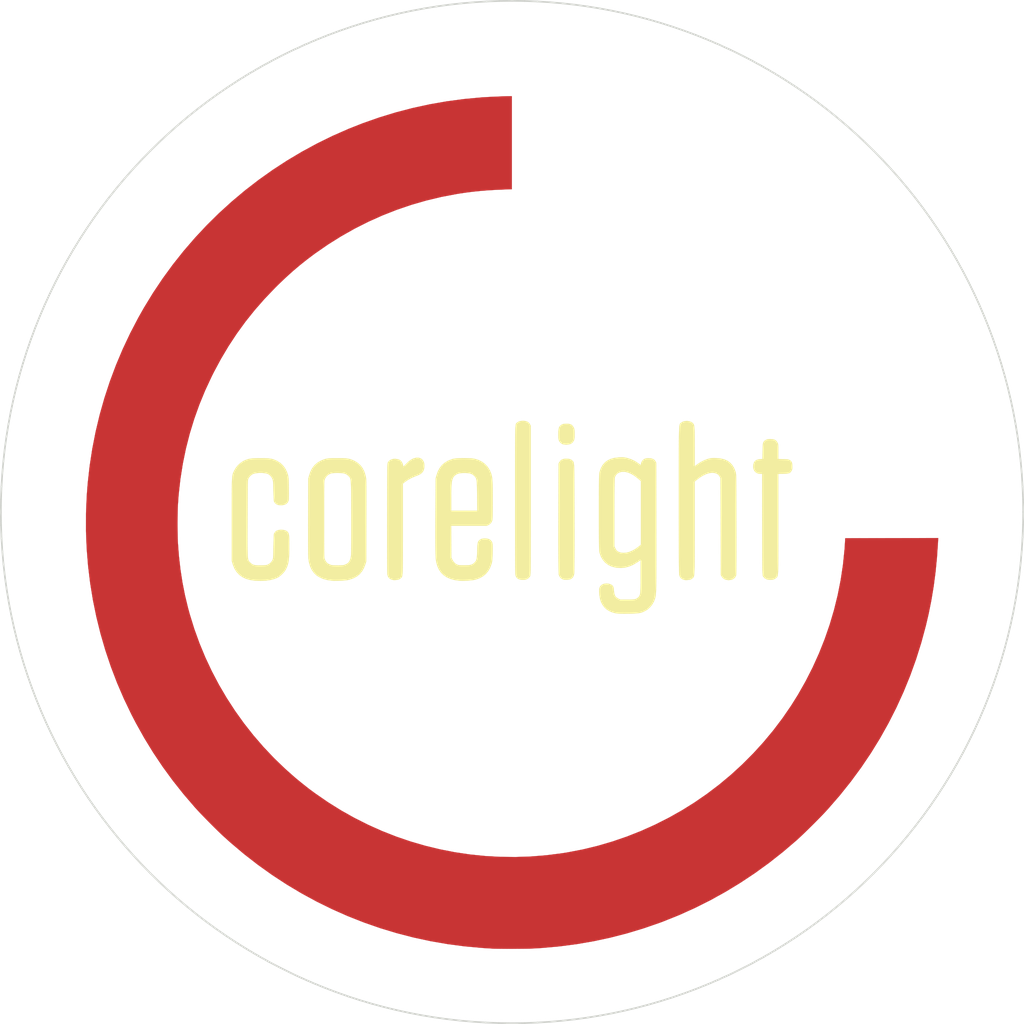
<source format=kicad_pcb>

(kicad_pcb (version 4) (host pcbnew 4.0.7)

	(general
		(links 0)
		(no_connects 0)
		(area 77.052499 41.877835 92.193313 53.630501)
		(thickness 1.6)
		(drawings 8)
		(tracks 0)
		(zones 0)
		(modules 1)
		(nets 1)
	)

	(page A4)
	(layers
		(0 F.Cu signal)
		(31 B.Cu signal)
		(32 B.Adhes user)
		(33 F.Adhes user)
		(34 B.Paste user)
		(35 F.Paste user)
		(36 B.SilkS user)
		(37 F.SilkS user)
		(38 B.Mask user)
		(39 F.Mask user)
		(40 Dwgs.User user)
		(41 Cmts.User user)
		(42 Eco1.User user)
		(43 Eco2.User user)
		(44 Edge.Cuts user)
		(45 Margin user)
		(46 B.CrtYd user)
		(47 F.CrtYd user)
		(48 B.Fab user)
		(49 F.Fab user)
	)

	(setup
		(last_trace_width 0.25)
		(trace_clearance 0.2)
		(zone_clearance 0.508)
		(zone_45_only no)
		(trace_min 0.2)
		(segment_width 0.2)
		(edge_width 0.15)
		(via_size 0.6)
		(via_drill 0.4)
		(via_min_size 0.4)
		(via_min_drill 0.3)
		(uvia_size 0.3)
		(uvia_drill 0.1)
		(uvias_allowed no)
		(uvia_min_size 0.2)
		(uvia_min_drill 0.1)
		(pcb_text_width 0.3)
		(pcb_text_size 1.5 1.5)
		(mod_edge_width 0.15)
		(mod_text_size 1 1)
		(mod_text_width 0.15)
		(pad_size 1.524 1.524)
		(pad_drill 0.762)
		(pad_to_mask_clearance 0.2)
		(aux_axis_origin 0 0)
		(visible_elements FFFFFF7F)
		(pcbplotparams
			(layerselection 0x010f0_80000001)
			(usegerberextensions false)
			(excludeedgelayer true)
			(linewidth 0.100000)
			(plotframeref false)
			(viasonmask false)
			(mode 1)
			(useauxorigin false)
			(hpglpennumber 1)
			(hpglpenspeed 20)
			(hpglpendiameter 15)
			(hpglpenoverlay 2)
			(psnegative false)
			(psa4output false)
			(plotreference true)
			(plotvalue true)
			(plotinvisibletext false)
			(padsonsilk false)
			(subtractmaskfromsilk false)
			(outputformat 1)
			(mirror false)
			(drillshape 1)
			(scaleselection 1)
			(outputdirectory gerbers/))
	)

	(net 0 "")

	(net_class Default "This is the default net class."
		(clearance 0.2)
		(trace_width 0.25)
		(via_dia 0.6)
		(via_drill 0.4)
		(uvia_dia 0.3)
		(uvia_drill 0.1)
	)
(module LOGO (layer F.Cu)
  (at 0 0)
 (fp_text reference "G***" (at 0 0) (layer F.SilkS) hide
  (effects (font (thickness 0.3)))
  )
  (fp_text value "LOGO" (at 0.75 0) (layer F.SilkS) hide
  (effects (font (thickness 0.3)))
  )
)
(module LOGO (layer F.Cu)
  (at 0 0)
 (fp_text reference "G***" (at 0 0) (layer F.SilkS) hide
  (effects (font (thickness 0.3)))
  )
  (fp_text value "LOGO" (at 0.75 0) (layer F.SilkS) hide
  (effects (font (thickness 0.3)))
  )
)
(module LOGO (layer F.Cu)
  (at 0 0)
 (fp_text reference "G***" (at 0 0) (layer F.SilkS) hide
  (effects (font (thickness 0.3)))
  )
  (fp_text value "LOGO" (at 0.75 0) (layer F.SilkS) hide
  (effects (font (thickness 0.3)))
  )
)
(module LOGO (layer F.Cu)
  (at 0 0)
 (fp_text reference "G***" (at 0 0) (layer F.SilkS) hide
  (effects (font (thickness 0.3)))
  )
  (fp_text value "LOGO" (at 0.75 0) (layer F.SilkS) hide
  (effects (font (thickness 0.3)))
  )
  (fp_poly (pts (xy 15.091834 -2.565717) (xy 14.716125 -2.552932) (xy 14.202427 -2.531564) (xy 13.722309 -2.503232) (xy 13.267471 -2.467159) (xy 12.829613 -2.422570) (xy 12.400436 -2.368685) (xy 11.971640 -2.304729)
     (xy 11.846553 -2.284250) (xy 10.952108 -2.113697) (xy 10.069873 -1.902727) (xy 9.200729 -1.651711) (xy 8.345563 -1.361024) (xy 7.505256 -1.031037) (xy 6.680693 -0.662124) (xy 5.872757 -0.254656)
     (xy 5.082333 0.190992) (xy 4.310303 0.674448) (xy 3.557552 1.195341) (xy 3.503084 1.235039) (xy 3.062299 1.566571) (xy 2.641414 1.902597) (xy 2.231791 2.250563) (xy 1.824797 2.617917)
     (xy 1.411796 3.012105) (xy 1.205924 3.215998) (xy 0.586091 3.863540) (xy 0.004446 4.526981) (xy -0.541073 5.209203) (xy -1.052531 5.913085) (xy -1.531993 6.641507) (xy -1.981521 7.397352)
     (xy -2.403180 8.183497) (xy -2.518661 8.413750) (xy -2.903056 9.238405) (xy -3.246803 10.074304) (xy -3.550008 10.921849) (xy -3.812776 11.781440) (xy -4.035213 12.653477) (xy -4.217424 13.538361)
     (xy -4.359515 14.436492) (xy -4.461590 15.348270) (xy -4.507841 15.970250) (xy -4.514940 16.121663) (xy -4.520571 16.307402) (xy -4.524733 16.519515) (xy -4.527426 16.750051) (xy -4.528650 16.991061)
     (xy -4.528403 17.234593) (xy -4.526686 17.472696) (xy -4.523496 17.697419) (xy -4.518835 17.900813) (xy -4.512701 18.074925) (xy -4.508014 18.167110) (xy -4.445711 18.975675) (xy -4.356046 19.757515)
     (xy -4.237953 20.519081) (xy -4.090362 21.266827) (xy -3.912205 22.007205) (xy -3.810817 22.378457) (xy -3.544967 23.237842) (xy -3.239654 24.083033) (xy -2.895761 24.912655) (xy -2.514172 25.725333)
     (xy -2.095771 26.519691) (xy -1.641439 27.294354) (xy -1.152062 28.047946) (xy -0.628522 28.779092) (xy -0.071702 29.486416) (xy 0.517515 30.168544) (xy 1.138244 30.824099) (xy 1.789603 31.451706)
     (xy 2.316387 31.919267) (xy 2.425489 32.011798) (xy 2.540128 32.107179) (xy 2.665944 32.209983) (xy 2.808576 32.324782) (xy 2.973666 32.456148) (xy 3.164417 32.606737) (xy 3.209657 32.641286)
     (xy 3.281603 32.694974) (xy 3.372629 32.762168) (xy 3.475113 32.837235) (xy 3.556000 32.896104) (xy 4.302044 33.411595) (xy 5.067776 33.890025) (xy 5.851877 34.331088) (xy 6.653026 34.734475)
     (xy 7.469904 35.099878) (xy 8.301190 35.426991) (xy 9.145564 35.715504) (xy 10.001705 35.965111) (xy 10.868294 36.175504) (xy 11.744011 36.346374) (xy 12.627535 36.477414) (xy 13.517546 36.568317)
     (xy 14.412723 36.618774) (xy 15.311748 36.628478) (xy 16.213299 36.597121) (xy 17.116056 36.524395) (xy 18.018700 36.409993) (xy 18.381220 36.352192) (xy 19.259325 36.182500) (xy 20.129631 35.971614)
     (xy 20.990324 35.720248) (xy 21.839586 35.429116) (xy 22.675602 35.098932) (xy 23.496556 34.730410) (xy 24.300631 34.324265) (xy 25.086011 33.881211) (xy 25.802478 33.433769) (xy 26.541850 32.924336)
     (xy 27.257890 32.380346) (xy 27.949018 31.803442) (xy 28.613656 31.195269) (xy 29.250226 30.557470) (xy 29.857148 29.891690) (xy 30.432845 29.199572) (xy 30.975737 28.482762) (xy 31.484247 27.742902)
     (xy 31.890535 27.093334) (xy 32.338466 26.303497) (xy 32.748753 25.495928) (xy 33.120910 24.672200) (xy 33.454451 23.833883) (xy 33.748890 22.982549) (xy 34.003742 22.119769) (xy 34.218521 21.247116)
     (xy 34.392740 20.366161) (xy 34.525915 19.478475) (xy 34.617559 18.585630) (xy 34.645144 18.182167) (xy 34.660417 17.917584) (xy 40.114557 17.906840) (xy 40.100913 18.166212) (xy 40.041543 19.051272)
     (xy 39.957627 19.907894) (xy 39.848187 20.742808) (xy 39.712246 21.562741) (xy 39.548824 22.374423) (xy 39.391481 23.047204) (xy 39.122336 24.043651) (xy 38.814243 25.023682) (xy 38.467514 25.986718)
     (xy 38.082461 26.932176) (xy 37.659399 27.859475) (xy 37.198639 28.768035) (xy 36.700493 29.657272) (xy 36.165275 30.526607) (xy 35.593298 31.375457) (xy 34.984873 32.203242) (xy 34.340313 33.009380)
     (xy 33.659931 33.793289) (xy 33.545047 33.919584) (xy 33.414308 34.059806) (xy 33.259819 34.221229) (xy 33.087186 34.398304) (xy 32.902014 34.585483) (xy 32.709909 34.777218) (xy 32.516478 34.967962)
     (xy 32.327325 35.152165) (xy 32.148056 35.324281) (xy 31.984278 35.478760) (xy 31.841595 35.610055) (xy 31.792334 35.654262) (xy 31.006106 36.325936) (xy 30.196896 36.963279) (xy 29.365892 37.565574)
     (xy 28.514284 38.132105) (xy 27.643262 38.662155) (xy 26.754013 39.155008) (xy 25.847727 39.609948) (xy 24.925595 40.026257) (xy 23.988804 40.403219) (xy 23.782075 40.480353) (xy 22.818850 40.813376)
     (xy 21.850626 41.105329) (xy 20.875460 41.356607) (xy 19.891409 41.567607) (xy 18.896530 41.738725) (xy 17.888880 41.870358) (xy 16.866517 41.962902) (xy 16.361834 41.993982) (xy 16.259316 41.998045)
     (xy 16.120752 42.001608) (xy 15.952427 42.004651) (xy 15.760625 42.007155) (xy 15.551631 42.009103) (xy 15.331729 42.010475) (xy 15.107204 42.011252) (xy 14.884340 42.011417) (xy 14.669422 42.010950)
     (xy 14.468735 42.009833) (xy 14.288563 42.008046) (xy 14.135191 42.005572) (xy 14.014903 42.002392) (xy 13.980584 42.001056) (xy 13.914471 41.997607) (xy 13.814989 41.991701) (xy 13.690993 41.983900)
     (xy 13.551341 41.974764) (xy 13.404887 41.964853) (xy 13.366750 41.962215) (xy 12.341258 41.869962) (xy 11.324789 41.736568) (xy 10.318316 41.562453) (xy 9.322811 41.348039) (xy 8.339248 41.093745)
     (xy 7.368598 40.799992) (xy 6.411835 40.467200) (xy 5.469931 40.095789) (xy 4.543858 39.686179) (xy 3.634589 39.238792) (xy 2.743098 38.754046) (xy 1.870355 38.232363) (xy 1.017335 37.674163)
     (xy 0.185009 37.079865) (xy -0.625650 36.449891) (xy -1.413668 35.784660) (xy -1.860832 35.382035) (xy -2.002637 35.248947) (xy -2.165677 35.091909) (xy -2.344064 34.916893) (xy -2.531907 34.729873)
     (xy -2.723317 34.536819) (xy -2.912403 34.343705) (xy -3.093277 34.156501) (xy -3.260048 33.981181) (xy -3.406827 33.823716) (xy -3.511874 33.707917) (xy -4.178973 32.930644) (xy -4.807349 32.138363)
     (xy -5.398734 31.328540) (xy -5.954860 30.498640) (xy -6.477457 29.646128) (xy -6.968259 28.768471) (xy -7.228332 28.268084) (xy -7.670112 27.348600) (xy -8.072766 26.413606) (xy -8.436069 25.464287)
     (xy -8.759797 24.501831) (xy -9.043725 23.527422) (xy -9.287628 22.542250) (xy -9.491281 21.547498) (xy -9.654459 20.544355) (xy -9.776938 19.534007) (xy -9.858493 18.517641) (xy -9.898899 17.496442)
     (xy -9.897932 16.471598) (xy -9.855366 15.444295) (xy -9.798513 14.700250) (xy -9.684311 13.679089) (xy -9.528749 12.666370) (xy -9.332128 11.663039) (xy -9.094753 10.670046) (xy -8.816927 9.688337)
     (xy -8.498954 8.718861) (xy -8.141136 7.762564) (xy -7.743778 6.820394) (xy -7.307183 5.893300) (xy -6.831655 4.982228) (xy -6.497340 4.391383) (xy -5.964402 3.519995) (xy -5.397483 2.673124)
     (xy -4.797643 1.851665) (xy -4.165940 1.056511) (xy -3.503433 0.288555) (xy -2.811182 -0.451309) (xy -2.090246 -1.162187) (xy -1.341683 -1.843187) (xy -0.566553 -2.493414) (xy 0.234085 -3.111976)
     (xy 1.059172 -3.697978) (xy 1.907649 -4.250526) (xy 2.778457 -4.768729) (xy 3.670537 -5.251691) (xy 4.582830 -5.698520) (xy 5.514276 -6.108322) (xy 6.329535 -6.430345) (xy 7.297397 -6.770503)
     (xy 8.275623 -7.069699) (xy 9.264476 -7.327992) (xy 10.264221 -7.545440) (xy 11.275122 -7.722100) (xy 12.297440 -7.858030) (xy 13.250334 -7.947317) (xy 13.393191 -7.957148) (xy 13.563338 -7.967377)
     (xy 13.752909 -7.977658) (xy 13.954039 -7.987645) (xy 14.158860 -7.996992) (xy 14.359508 -8.005352) (xy 14.548115 -8.012381) (xy 14.716817 -8.017731) (xy 14.857746 -8.021058) (xy 14.948959 -8.022035)
     (xy 15.091834 -8.022166) (xy 15.091834 -2.565717) )(layer F.Cu) (width  0.010000)
  )
)
(module LOGO (layer F.Cu)
  (at 0 0)
 (fp_text reference "G***" (at 0 0) (layer F.SilkS) hide
  (effects (font (thickness 0.3)))
  )
  (fp_text value "LOGO" (at 0.75 0) (layer F.SilkS) hide
  (effects (font (thickness 0.3)))
  )
  (fp_poly (pts (xy 15.091834 -2.565673) (xy 14.737292 -2.552996) (xy 14.284173 -2.534279) (xy 13.866463 -2.511603) (xy 13.477375 -2.484435) (xy 13.110125 -2.452241) (xy 12.757926 -2.414487) (xy 12.413991 -2.370638)
     (xy 12.407024 -2.369678) (xy 11.507680 -2.224393) (xy 10.620064 -2.038669) (xy 9.745238 -1.813036) (xy 8.884268 -1.548024) (xy 8.038217 -1.244161) (xy 7.208149 -0.901979) (xy 6.395128 -0.522006)
     (xy 5.600219 -0.104771) (xy 4.824486 0.349194) (xy 4.068992 0.839361) (xy 3.334801 1.365200) (xy 2.622979 1.926182) (xy 1.934587 2.521776) (xy 1.270692 3.151454) (xy 1.226462 3.195498)
     (xy 0.596748 3.852598) (xy 0.004303 4.528994) (xy -0.552139 5.226450) (xy -1.073841 5.946729) (xy -1.562068 6.691594) (xy -2.018083 7.462810) (xy -2.443152 8.262141) (xy -2.529183 8.434917)
     (xy -2.912317 9.260785) (xy -3.255209 10.099761) (xy -3.557817 10.951684) (xy -3.820098 11.816391) (xy -4.042009 12.693719) (xy -4.223508 13.583506) (xy -4.364553 14.485590) (xy -4.465100 15.399809)
     (xy -4.508191 15.991417) (xy -4.515221 16.143972) (xy -4.520767 16.330748) (xy -4.524829 16.543657) (xy -4.527407 16.774612) (xy -4.528499 17.015525) (xy -4.528105 17.258311) (xy -4.526225 17.494880)
     (xy -4.522858 17.717147) (xy -4.518004 17.917025) (xy -4.511661 18.086425) (xy -4.508330 18.150417) (xy -4.444459 18.982300) (xy -4.350760 19.788729) (xy -4.226436 20.575062) (xy -4.070686 21.346659)
     (xy -3.965251 21.791084) (xy -3.724882 22.664496) (xy -3.444768 23.523770) (xy -3.125395 24.367940) (xy -2.767250 25.196041) (xy -2.370819 26.007106) (xy -1.936589 26.800170) (xy -1.465046 27.574265)
     (xy -0.956677 28.328428) (xy -0.411969 29.061691) (xy -0.116284 29.432250) (xy 0.307246 29.930610) (xy 0.763174 30.430234) (xy 1.242780 30.922333) (xy 1.737341 31.398112) (xy 2.238134 31.848780)
     (xy 2.513269 32.082928) (xy 3.221521 32.645840) (xy 3.954007 33.174906) (xy 4.709087 33.669298) (xy 5.485121 34.128190) (xy 6.280470 34.550755) (xy 7.093494 34.936167) (xy 7.922552 35.283598)
     (xy 8.766005 35.592222) (xy 9.622213 35.861213) (xy 10.435167 36.076693) (xy 11.322205 36.269433) (xy 12.215329 36.420845) (xy 13.112914 36.530990) (xy 14.013335 36.599932) (xy 14.914967 36.627733)
     (xy 15.816185 36.614456) (xy 16.715363 36.560164) (xy 17.610877 36.464919) (xy 18.501102 36.328786) (xy 19.384411 36.151826) (xy 20.259181 35.934102) (xy 21.123787 35.675678) (xy 21.166667 35.661707)
     (xy 22.016788 35.361431) (xy 22.852391 35.021796) (xy 23.671755 34.643795) (xy 24.473161 34.228421) (xy 25.254889 33.776668) (xy 26.015219 33.289527) (xy 26.752432 32.767994) (xy 27.464806 32.213060)
     (xy 28.141084 31.634278) (xy 28.274652 31.512036) (xy 28.429958 31.365730) (xy 28.599939 31.202324) (xy 28.777536 31.028784) (xy 28.955685 30.852074) (xy 29.127327 30.679158) (xy 29.285399 30.517001)
     (xy 29.422841 30.372567) (xy 29.451539 30.341781) (xy 30.050264 29.665498) (xy 30.616234 28.963096) (xy 31.148669 28.236090) (xy 31.646790 27.485992) (xy 32.109818 26.714315) (xy 32.536975 25.922573)
     (xy 32.927482 25.112280) (xy 33.280561 24.284948) (xy 33.595431 23.442091) (xy 33.871315 22.585223) (xy 34.107434 21.715856) (xy 34.276823 20.965584) (xy 34.360915 20.527055) (xy 34.437073 20.073484)
     (xy 34.503939 19.615167) (xy 34.560157 19.162398) (xy 34.604369 18.725470) (xy 34.635219 18.314679) (xy 34.641700 18.197388) (xy 34.656274 17.907000) (xy 40.115909 17.907000) (xy 40.102076 18.155709)
     (xy 40.074297 18.614383) (xy 40.043550 19.039610) (xy 40.008909 19.440225) (xy 39.969444 19.825065) (xy 39.924227 20.202967) (xy 39.872331 20.582766) (xy 39.812826 20.973299) (xy 39.793563 21.092584)
     (xy 39.607187 22.102726) (xy 39.380215 23.100955) (xy 39.112800 24.086801) (xy 38.805096 25.059793) (xy 38.457254 26.019462) (xy 38.069429 26.965340) (xy 37.641773 27.896955) (xy 37.452945 28.278667)
     (xy 36.972816 29.182139) (xy 36.456744 30.063871) (xy 35.905716 30.922803) (xy 35.320723 31.757872) (xy 34.702751 32.568017) (xy 34.052789 33.352176) (xy 33.371826 34.109287) (xy 32.660851 34.838289)
     (xy 31.920851 35.538120) (xy 31.152815 36.207718) (xy 30.357732 36.846022) (xy 29.536590 37.451969) (xy 28.690377 38.024499) (xy 27.950584 38.485003) (xy 27.054350 38.996976) (xy 26.143014 39.469427)
     (xy 25.216884 39.902262) (xy 24.276269 40.295387) (xy 23.321480 40.648710) (xy 22.352824 40.962136) (xy 21.370611 41.235572) (xy 20.375150 41.468923) (xy 19.366749 41.662097) (xy 18.345719 41.814999)
     (xy 17.312367 41.927537) (xy 16.372417 41.994212) (xy 16.244400 41.999494) (xy 16.080706 42.003846) (xy 15.887846 42.007274) (xy 15.672331 42.009784) (xy 15.440675 42.011380) (xy 15.199389 42.012068)
     (xy 14.954985 42.011854) (xy 14.713975 42.010744) (xy 14.482871 42.008742) (xy 14.268186 42.005853) (xy 14.076431 42.002085) (xy 13.914118 41.997441) (xy 13.790084 41.992057) (xy 12.750404 41.913801)
     (xy 11.721482 41.794791) (xy 10.703904 41.635223) (xy 9.698258 41.435294) (xy 8.705129 41.195199) (xy 7.725106 40.915136) (xy 6.758776 40.595302) (xy 5.806725 40.235893) (xy 4.869541 39.837105)
     (xy 3.947810 39.399136) (xy 3.042120 38.922182) (xy 2.153058 38.406439) (xy 1.281211 37.852104) (xy 1.132417 37.752469) (xy 0.540606 37.341961) (xy -0.025900 36.925373) (xy -0.573401 36.497410)
     (xy -1.108196 36.052781) (xy -1.636583 35.586191) (xy -2.164861 35.092347) (xy -2.699328 34.565956) (xy -2.889638 34.372417) (xy -3.553996 33.661925) (xy -4.193061 32.918875) (xy -4.805175 32.145834)
     (xy -5.388676 31.345366) (xy -5.941905 30.520036) (xy -6.463203 29.672410) (xy -6.950909 28.805053) (xy -7.403364 27.920531) (xy -7.818909 27.021408) (xy -8.134550 26.265984) (xy -8.495028 25.303149)
     (xy -8.814742 24.329310) (xy -9.093582 23.345261) (xy -9.331439 22.351801) (xy -9.528204 21.349724) (xy -9.683769 20.339827) (xy -9.798022 19.322907) (xy -9.870856 18.299759) (xy -9.902162 17.271181)
     (xy -9.891829 16.237968) (xy -9.839749 15.200917) (xy -9.767189 14.361584) (xy -9.683961 13.662773) (xy -9.575798 12.941832) (xy -9.444372 12.209555) (xy -9.395904 11.965893) (xy -9.171263 10.969168)
     (xy -8.906232 9.984376) (xy -8.601353 9.012640) (xy -8.257167 8.055084) (xy -7.874214 7.112832) (xy -7.453037 6.187009) (xy -6.994175 5.278738) (xy -6.498170 4.389144) (xy -5.965563 3.519351)
     (xy -5.396895 2.670482) (xy -4.792707 1.843663) (xy -4.153541 1.040017) (xy -4.114467 0.993011) (xy -3.565497 0.357707) (xy -2.984445 -0.270221) (xy -2.379312 -0.882764) (xy -1.758102 -1.471913)
     (xy -1.128816 -2.029662) (xy -0.905629 -2.218065) (xy -0.114151 -2.850630) (xy 0.701984 -3.450667) (xy 1.540920 -4.017184) (xy 2.400797 -4.549191) (xy 3.279757 -5.045696) (xy 4.175943 -5.505707)
     (xy 5.087498 -5.928234) (xy 6.012561 -6.312285) (xy 6.949277 -6.656869) (xy 7.895786 -6.960994) (xy 8.091874 -7.018545) (xy 8.878799 -7.233570) (xy 9.655041 -7.420504) (xy 10.427240 -7.580364)
     (xy 11.202035 -7.714164) (xy 11.986066 -7.822919) (xy 12.785972 -7.907644) (xy 13.608393 -7.969355) (xy 14.459968 -8.009065) (xy 14.599709 -8.013455) (xy 15.091834 -8.027921) (xy 15.091834 -2.565673) )(layer F.Mask) (width  0.010000)
  )
)
(module LOGO (layer F.Cu)
  (at 0 0)
 (fp_text reference "G***" (at 0 0) (layer F.SilkS) hide
  (effects (font (thickness 0.3)))
  )
  (fp_text value "LOGO" (at 0.75 0) (layer F.SilkS) hide
  (effects (font (thickness 0.3)))
  )
  (fp_poly (pts (xy 21.621848 13.169344) (xy 21.705644 13.176932) (xy 21.790299 13.191822) (xy 21.853727 13.206208) (xy 22.090495 13.280988) (xy 22.317682 13.390809) (xy 22.507365 13.513161) (xy 22.669500 13.629488)
     (xy 22.669500 13.571396) (xy 22.687947 13.478910) (xy 22.737305 13.386344) (xy 22.808604 13.307807) (xy 22.859508 13.272559) (xy 22.918791 13.244594) (xy 22.979035 13.228667) (xy 23.055625 13.221769)
     (xy 23.124584 13.220700) (xy 23.270013 13.232213) (xy 23.383482 13.267995) (xy 23.468949 13.329906) (xy 23.524978 13.409084) (xy 23.569084 13.493750) (xy 23.574917 17.145000) (xy 23.575650 17.632076)
     (xy 23.576203 18.078716) (xy 23.576547 18.486818) (xy 23.576651 18.858279) (xy 23.576484 19.194997) (xy 23.576016 19.498870) (xy 23.575215 19.771793) (xy 23.574052 20.015666) (xy 23.572495 20.232386)
     (xy 23.570513 20.423850) (xy 23.568077 20.591955) (xy 23.565155 20.738599) (xy 23.561717 20.865680) (xy 23.557732 20.975094) (xy 23.553169 21.068740) (xy 23.547998 21.148515) (xy 23.542187 21.216316)
     (xy 23.535708 21.274040) (xy 23.528527 21.323586) (xy 23.520616 21.366851) (xy 23.511943 21.405731) (xy 23.505625 21.430519) (xy 23.434944 21.625373) (xy 23.332728 21.806745) (xy 23.204596 21.967299)
     (xy 23.056169 22.099703) (xy 22.933933 22.176632) (xy 22.845408 22.221054) (xy 22.763622 22.256619) (xy 22.682232 22.284363) (xy 22.594892 22.305317) (xy 22.495258 22.320515) (xy 22.376987 22.330993)
     (xy 22.233733 22.337782) (xy 22.059153 22.341916) (xy 21.907500 22.343860) (xy 21.705435 22.345141) (xy 21.541238 22.344392) (xy 21.410488 22.341474) (xy 21.308762 22.336249) (xy 21.231637 22.328578)
     (xy 21.187834 22.321250) (xy 20.977932 22.264939) (xy 20.800074 22.188199) (xy 20.647509 22.087557) (xy 20.538687 21.987027) (xy 20.424018 21.843360) (xy 20.336413 21.681304) (xy 20.273776 21.495394)
     (xy 20.234007 21.280166) (xy 20.222285 21.163033) (xy 20.215383 21.018320) (xy 20.220921 20.906290) (xy 20.240493 20.818707) (xy 20.275694 20.747334) (xy 20.311670 20.701293) (xy 20.399556 20.633044)
     (xy 20.509674 20.590601) (xy 20.631987 20.573609) (xy 20.756458 20.581714) (xy 20.873048 20.614559) (xy 20.971720 20.671792) (xy 21.025004 20.726510) (xy 21.048182 20.769118) (xy 21.064890 20.830365)
     (xy 21.077180 20.919453) (xy 21.083032 20.986708) (xy 21.099717 21.131990) (xy 21.127469 21.243149) (xy 21.170243 21.327792) (xy 21.231996 21.393529) (xy 21.316684 21.447968) (xy 21.325147 21.452359)
     (xy 21.449424 21.515917) (xy 21.874254 21.515917) (xy 22.019887 21.515662) (xy 22.130041 21.514468) (xy 22.211570 21.511688) (xy 22.271327 21.506679) (xy 22.316165 21.498794) (xy 22.352938 21.487390)
     (xy 22.388499 21.471819) (xy 22.399477 21.466475) (xy 22.467698 21.424860) (xy 22.525998 21.375826) (xy 22.544885 21.353817) (xy 22.568313 21.319149) (xy 22.587917 21.283999) (xy 22.604036 21.244411)
     (xy 22.617010 21.196431) (xy 22.627179 21.136104) (xy 22.634881 21.059476) (xy 22.640457 20.962592) (xy 22.644246 20.841496) (xy 22.646587 20.692235) (xy 22.647819 20.510853) (xy 22.648283 20.293396)
     (xy 22.648334 20.148606) (xy 22.648334 19.200773) (xy 22.447794 19.334852) (xy 22.207196 19.477274) (xy 21.970743 19.578959) (xy 21.734704 19.640762) (xy 21.495351 19.663542) (xy 21.248955 19.648154)
     (xy 21.152654 19.632468) (xy 20.933973 19.571572) (xy 20.740517 19.476958) (xy 20.573521 19.349789) (xy 20.434223 19.191228) (xy 20.323859 19.002440) (xy 20.243666 18.784587) (xy 20.240980 18.774834)
     (xy 20.234987 18.750553) (xy 20.229667 18.722704) (xy 20.224980 18.688766) (xy 20.220886 18.646222) (xy 20.217346 18.592550) (xy 20.214320 18.525231) (xy 20.211769 18.441747) (xy 20.209652 18.339577)
     (xy 20.207929 18.216202) (xy 20.206562 18.069102) (xy 20.205510 17.895759) (xy 20.204734 17.693652) (xy 20.204193 17.460261) (xy 20.203848 17.193068) (xy 20.203660 16.889554) (xy 20.203588 16.547197)
     (xy 20.203585 16.414750) (xy 21.113750 16.414750) (xy 21.113750 18.404417) (xy 21.177250 18.531417) (xy 21.218584 18.606258) (xy 21.259548 18.655753) (xy 21.314098 18.694389) (xy 21.355671 18.716625)
     (xy 21.490797 18.762945) (xy 21.647582 18.778498) (xy 21.818621 18.763301) (xy 21.996512 18.717370) (xy 22.002750 18.715214) (xy 22.179759 18.640098) (xy 22.356947 18.536785) (xy 22.542974 18.400209)
     (xy 22.547713 18.396405) (xy 22.669342 18.298584) (xy 22.669500 14.563756) (xy 22.500004 14.419419) (xy 22.299386 14.263396) (xy 22.109132 14.146427) (xy 21.926709 14.067247) (xy 21.749584 14.024588)
     (xy 21.698801 14.018864) (xy 21.537975 14.021336) (xy 21.398574 14.056148) (xy 21.283756 14.121517) (xy 21.196676 14.215658) (xy 21.141347 14.333926) (xy 21.136488 14.358036) (xy 21.132195 14.397842)
     (xy 21.128439 14.455616) (xy 21.125189 14.533632) (xy 21.122416 14.634163) (xy 21.120089 14.759483) (xy 21.118177 14.911866) (xy 21.116652 15.093585) (xy 21.115483 15.306913) (xy 21.114639 15.554125)
     (xy 21.114090 15.837493) (xy 21.113807 16.159292) (xy 21.113750 16.414750) (xy 20.203585 16.414750) (xy 20.203584 16.404167) (xy 20.203612 16.047087) (xy 20.203726 15.729800) (xy 20.203968 15.449767)
     (xy 20.204381 15.204447) (xy 20.205006 14.991301) (xy 20.205887 14.807788) (xy 20.207065 14.651369) (xy 20.208584 14.519504) (xy 20.210485 14.409653) (xy 20.212812 14.319275) (xy 20.215606 14.245832)
     (xy 20.218910 14.186783) (xy 20.222767 14.139588) (xy 20.227219 14.101707) (xy 20.232308 14.070600) (xy 20.238077 14.043727) (xy 20.243385 14.022917) (xy 20.318332 13.808287) (xy 20.419662 13.625770)
     (xy 20.548174 13.474778) (xy 20.704668 13.354723) (xy 20.889941 13.265016) (xy 21.104795 13.205068) (xy 21.350026 13.174292) (xy 21.399500 13.171720) (xy 21.524577 13.167969) (xy 21.621848 13.169344) )(layer F.SilkS) (width  0.010000)
  )
  (fp_poly (pts (xy 0.517414 13.220696) (xy 0.682158 13.224967) (xy 0.818831 13.233888) (xy 0.934531 13.248610) (xy 1.036356 13.270284) (xy 1.131407 13.300062) (xy 1.226779 13.339096) (xy 1.316530 13.381975)
     (xy 1.503738 13.498731) (xy 1.663766 13.647455) (xy 1.795580 13.826820) (xy 1.898147 14.035501) (xy 1.951484 14.196473) (xy 1.964731 14.248373) (xy 1.975321 14.300725) (xy 1.983647 14.359315)
     (xy 1.990100 14.429931) (xy 1.995075 14.518359) (xy 1.998963 14.630388) (xy 2.002158 14.771803) (xy 2.005051 14.948393) (xy 2.005736 14.996042) (xy 2.007999 15.221308) (xy 2.007845 15.404702)
     (xy 2.005275 15.546129) (xy 2.000290 15.645495) (xy 1.992892 15.702706) (xy 1.991603 15.707551) (xy 1.938223 15.820747) (xy 1.855088 15.903959) (xy 1.742555 15.956958) (xy 1.600982 15.979515)
     (xy 1.566194 15.980369) (xy 1.480786 15.977347) (xy 1.401251 15.969043) (xy 1.356120 15.960084) (xy 1.273791 15.919840) (xy 1.196388 15.854463) (xy 1.141202 15.778985) (xy 1.136540 15.769167)
     (xy 1.129051 15.731816) (xy 1.121685 15.656492) (xy 1.114694 15.547553) (xy 1.108328 15.409359) (xy 1.102838 15.246270) (xy 1.099976 15.134167) (xy 1.095763 14.958912) (xy 1.091666 14.820291)
     (xy 1.087204 14.712611) (xy 1.081896 14.630177) (xy 1.075261 14.567294) (xy 1.066817 14.518268) (xy 1.056083 14.477405) (xy 1.042578 14.439010) (xy 1.040858 14.434577) (xy 0.968498 14.304026)
     (xy 0.865885 14.200398) (xy 0.786271 14.150612) (xy 0.688944 14.116632) (xy 0.562337 14.094196) (xy 0.417877 14.083223) (xy 0.266992 14.083634) (xy 0.121107 14.095349) (xy -0.008349 14.118289)
     (xy -0.109951 14.152374) (xy -0.119186 14.156929) (xy -0.230198 14.234332) (xy -0.323935 14.338167) (xy -0.374635 14.425084) (xy -0.380709 14.440412) (xy -0.386117 14.459504) (xy -0.390907 14.484811)
     (xy -0.395124 14.518785) (xy -0.398815 14.563876) (xy -0.402024 14.622536) (xy -0.404799 14.697216) (xy -0.407186 14.790368) (xy -0.409230 14.904441) (xy -0.410977 15.041888) (xy -0.412474 15.205160)
     (xy -0.413766 15.396709) (xy -0.414900 15.618984) (xy -0.415921 15.874438) (xy -0.416875 16.165521) (xy -0.417810 16.494685) (xy -0.418510 16.762265) (xy -0.419510 17.133359) (xy -0.420407 17.464541)
     (xy -0.421048 17.758230) (xy -0.421284 18.016847) (xy -0.420963 18.242812) (xy -0.419933 18.438547) (xy -0.418045 18.606470) (xy -0.415146 18.749004) (xy -0.411085 18.868567) (xy -0.405713 18.967581)
     (xy -0.398876 19.048467) (xy -0.390425 19.113643) (xy -0.380208 19.165532) (xy -0.368075 19.206553) (xy -0.353873 19.239126) (xy -0.337453 19.265673) (xy -0.318662 19.288614) (xy -0.297351 19.310369)
     (xy -0.273367 19.333358) (xy -0.257024 19.349357) (xy -0.188696 19.409965) (xy -0.117075 19.454730) (xy -0.034744 19.485521) (xy 0.065713 19.504207) (xy 0.191713 19.512657) (xy 0.350672 19.512742)
     (xy 0.387839 19.511900) (xy 0.515468 19.507646) (xy 0.609644 19.501641) (xy 0.679242 19.492724) (xy 0.733136 19.479731) (xy 0.780204 19.461502) (xy 0.783167 19.460141) (xy 0.908930 19.380772)
     (xy 1.004537 19.272119) (xy 1.045568 19.198167) (xy 1.057816 19.169688) (xy 1.067736 19.138891) (xy 1.075673 19.100906) (xy 1.081970 19.050862) (xy 1.086971 18.983891) (xy 1.091021 18.895122)
     (xy 1.094464 18.779685) (xy 1.097643 18.632710) (xy 1.100904 18.449328) (xy 1.101653 18.404417) (xy 1.104980 18.234931) (xy 1.109061 18.077718) (xy 1.113678 17.938119) (xy 1.118618 17.821471)
     (xy 1.123663 17.733114) (xy 1.128600 17.678387) (xy 1.131555 17.663584) (xy 1.192159 17.558564) (xy 1.271887 17.485177) (xy 1.375869 17.440518) (xy 1.509232 17.421679) (xy 1.560199 17.420632)
     (xy 1.716611 17.433950) (xy 1.839446 17.472949) (xy 1.928804 17.537663) (xy 1.933471 17.542776) (xy 1.959750 17.575572) (xy 1.980837 17.611819) (xy 1.997302 17.656369) (xy 2.009715 17.714073)
     (xy 2.018646 17.789782) (xy 2.024664 17.888349) (xy 2.028340 18.014623) (xy 2.030243 18.173458) (xy 2.030942 18.369703) (xy 2.030946 18.372667) (xy 2.029862 18.622949) (xy 2.025369 18.836348)
     (xy 2.016648 19.018234) (xy 2.002882 19.173977) (xy 1.983254 19.308948) (xy 1.956945 19.428518) (xy 1.923139 19.538057) (xy 1.881017 19.642935) (xy 1.829761 19.748523) (xy 1.818106 19.770641)
     (xy 1.747144 19.877388) (xy 1.648894 19.989645) (xy 1.534982 20.096249) (xy 1.417031 20.186037) (xy 1.335006 20.234573) (xy 1.137997 20.314350) (xy 0.908207 20.372282) (xy 0.649391 20.407902)
     (xy 0.365309 20.420742) (xy 0.059715 20.410336) (xy -0.024085 20.403650) (xy -0.289655 20.363099) (xy -0.526812 20.291355) (xy -0.735373 20.188560) (xy -0.915153 20.054858) (xy -1.065968 19.890390)
     (xy -1.187633 19.695299) (xy -1.279966 19.469729) (xy -1.295333 19.419463) (xy -1.344083 19.251084) (xy -1.344083 16.816917) (xy -1.344131 16.434835) (xy -1.344188 16.092623) (xy -1.344122 15.787817)
     (xy -1.343804 15.517954) (xy -1.343102 15.280571) (xy -1.341885 15.073203) (xy -1.340023 14.893388) (xy -1.337385 14.738661) (xy -1.333839 14.606561) (xy -1.329256 14.494622) (xy -1.323505 14.400382)
     (xy -1.316453 14.321378) (xy -1.307972 14.255145) (xy -1.297929 14.199220) (xy -1.286195 14.151141) (xy -1.272638 14.108443) (xy -1.257127 14.068663) (xy -1.239532 14.029338) (xy -1.219721 13.988003)
     (xy -1.197565 13.942197) (xy -1.190655 13.927667) (xy -1.106634 13.786137) (xy -0.993228 13.646841) (xy -0.861427 13.520942) (xy -0.722220 13.419602) (xy -0.652821 13.381409) (xy -0.548936 13.333526)
     (xy -0.453020 13.296031) (xy -0.357631 13.267685) (xy -0.255326 13.247249) (xy -0.138663 13.233485) (xy -0.000201 13.225154) (xy 0.167504 13.221018) (xy 0.317500 13.219922) (xy 0.517414 13.220696) )(layer F.SilkS) (width  0.010000)
  )
  (fp_poly (pts (xy 5.049971 13.219392) (xy 5.206981 13.222585) (xy 5.335883 13.229313) (xy 5.443781 13.240726) (xy 5.537780 13.257975) (xy 5.624984 13.282210) (xy 5.712495 13.314583) (xy 5.807418 13.356244)
     (xy 5.859807 13.380882) (xy 6.046916 13.492708) (xy 6.206126 13.636076) (xy 6.336866 13.810198) (xy 6.438564 14.014282) (xy 6.510649 14.247540) (xy 6.520655 14.293640) (xy 6.527185 14.326768)
     (xy 6.532996 14.360081) (xy 6.538121 14.396087) (xy 6.542595 14.437297) (xy 6.546453 14.486218) (xy 6.549730 14.545359) (xy 6.552461 14.617229) (xy 6.554680 14.704338) (xy 6.556422 14.809193)
     (xy 6.557723 14.934304) (xy 6.558615 15.082180) (xy 6.559136 15.255329) (xy 6.559318 15.456260) (xy 6.559198 15.687483) (xy 6.558809 15.951505) (xy 6.558187 16.250836) (xy 6.557366 16.587985)
     (xy 6.556589 16.886557) (xy 6.550295 19.272250) (xy 6.501620 19.430654) (xy 6.412698 19.663726) (xy 6.298873 19.862967) (xy 6.158708 20.029663) (xy 5.990765 20.165100) (xy 5.793606 20.270562)
     (xy 5.565793 20.347335) (xy 5.446035 20.374198) (xy 5.364516 20.385816) (xy 5.251740 20.396357) (xy 5.118782 20.405325) (xy 4.976713 20.412225) (xy 4.836607 20.416561) (xy 4.709538 20.417838)
     (xy 4.606578 20.415560) (xy 4.572000 20.413323) (xy 4.288788 20.375003) (xy 4.038752 20.310720) (xy 3.821059 20.219726) (xy 3.634878 20.101270) (xy 3.479377 19.954601) (xy 3.353724 19.778968)
     (xy 3.257086 19.573622) (xy 3.188632 19.337810) (xy 3.154564 19.134667) (xy 3.150241 19.084781) (xy 3.146491 19.009309) (xy 3.143303 18.906670) (xy 3.140666 18.775282) (xy 3.138568 18.613560)
     (xy 3.137000 18.419924) (xy 3.135949 18.192790) (xy 3.135405 17.930576) (xy 3.135356 17.631699) (xy 3.135793 17.294577) (xy 3.136703 16.917628) (xy 3.137017 16.816917) (xy 4.074584 16.816917)
     (xy 4.074617 17.175142) (xy 4.074743 17.493499) (xy 4.075001 17.774452) (xy 4.075432 18.020465) (xy 4.076074 18.234005) (xy 4.076966 18.417535) (xy 4.078149 18.573520) (xy 4.079662 18.704425)
     (xy 4.081544 18.812715) (xy 4.083835 18.900854) (xy 4.086574 18.971307) (xy 4.089802 19.026539) (xy 4.093556 19.069015) (xy 4.097877 19.101200) (xy 4.102805 19.125557) (xy 4.108379 19.144553)
     (xy 4.112040 19.154380) (xy 4.173901 19.277826) (xy 4.251992 19.369754) (xy 4.355000 19.438065) (xy 4.476750 19.486058) (xy 4.543716 19.499152) (xy 4.641890 19.508258) (xy 4.760336 19.513386)
     (xy 4.888119 19.514546) (xy 5.014303 19.511747) (xy 5.127952 19.505000) (xy 5.218130 19.494312) (xy 5.258607 19.485370) (xy 5.390356 19.431878) (xy 5.492322 19.357399) (xy 5.567688 19.257576)
     (xy 5.619636 19.128049) (xy 5.651348 18.964460) (xy 5.653734 18.944234) (xy 5.657207 18.890444) (xy 5.660261 18.796262) (xy 5.662885 18.663627) (xy 5.665067 18.494479) (xy 5.666794 18.290757)
     (xy 5.668055 18.054399) (xy 5.668837 17.787347) (xy 5.669130 17.491538) (xy 5.668920 17.168912) (xy 5.668197 16.821409) (xy 5.667727 16.665330) (xy 5.666605 16.308845) (xy 5.665597 15.992168)
     (xy 5.664520 15.712771) (xy 5.663193 15.468130) (xy 5.661434 15.255719) (xy 5.659063 15.073012) (xy 5.655898 14.917485) (xy 5.651756 14.786610) (xy 5.646458 14.677863) (xy 5.639822 14.588718)
     (xy 5.631665 14.516650) (xy 5.621808 14.459133) (xy 5.610068 14.413641) (xy 5.596263 14.377649) (xy 5.580214 14.348630) (xy 5.561738 14.324061) (xy 5.540654 14.301415) (xy 5.516780 14.278166)
     (xy 5.494730 14.256616) (xy 5.426632 14.196346) (xy 5.354717 14.151589) (xy 5.271421 14.120293) (xy 5.169179 14.100405) (xy 5.040429 14.089872) (xy 4.877605 14.086642) (xy 4.868334 14.086635)
     (xy 4.733946 14.087823) (xy 4.632601 14.091968) (xy 4.555056 14.099941) (xy 4.492073 14.112614) (xy 4.446911 14.126392) (xy 4.319349 14.192121) (xy 4.212118 14.289933) (xy 4.133814 14.411236)
     (xy 4.114449 14.458744) (xy 4.108097 14.478435) (xy 4.102456 14.500554) (xy 4.097485 14.527597) (xy 4.093141 14.562058) (xy 4.089383 14.606434) (xy 4.086168 14.663221) (xy 4.083454 14.734913)
     (xy 4.081199 14.824007) (xy 4.079360 14.932999) (xy 4.077896 15.064383) (xy 4.076763 15.220656) (xy 4.075921 15.404314) (xy 4.075327 15.617852) (xy 4.074938 15.863765) (xy 4.074713 16.144550)
     (xy 4.074609 16.462701) (xy 4.074584 16.816917) (xy 3.137017 16.816917) (xy 3.137446 16.679334) (xy 3.144984 14.425084) (xy 3.192611 14.245167) (xy 3.273526 14.006470) (xy 3.381356 13.800356)
     (xy 3.516294 13.626572) (xy 3.678532 13.484870) (xy 3.854529 13.381446) (xy 3.956102 13.334564) (xy 4.046611 13.297576) (xy 4.133166 13.269327) (xy 4.222880 13.248663) (xy 4.322861 13.234430)
     (xy 4.440223 13.225472) (xy 4.582074 13.220635) (xy 4.755528 13.218766) (xy 4.857750 13.218584) (xy 5.049971 13.219392) )(layer F.SilkS) (width  0.010000)
  )
  (fp_poly (pts (xy 12.509252 13.219037) (xy 12.663536 13.226560) (xy 12.797167 13.238089) (xy 12.901176 13.253628) (xy 12.917739 13.257243) (xy 13.148585 13.331316) (xy 13.354918 13.438540) (xy 13.534546 13.576969)
     (xy 13.685280 13.744654) (xy 13.804926 13.939649) (xy 13.874628 14.107584) (xy 13.894618 14.170047) (xy 13.911637 14.233006) (xy 13.925920 14.300330) (xy 13.937700 14.375890) (xy 13.947212 14.463557)
     (xy 13.954689 14.567199) (xy 13.960365 14.690689) (xy 13.964474 14.837895) (xy 13.967249 15.012687) (xy 13.968926 15.218937) (xy 13.969737 15.460515) (xy 13.969920 15.684640) (xy 13.969543 15.925068)
     (xy 13.968413 16.145601) (xy 13.966587 16.342992) (xy 13.964121 16.513993) (xy 13.961071 16.655355) (xy 13.957494 16.763830) (xy 13.953446 16.836170) (xy 13.949411 16.867821) (xy 13.893504 16.989781)
     (xy 13.804315 17.086280) (xy 13.727719 17.134778) (xy 13.623022 17.187334) (xy 11.533066 17.187334) (xy 11.539742 18.123959) (xy 11.546417 19.060584) (xy 11.601479 19.177000) (xy 11.676327 19.303440)
     (xy 11.768379 19.396884) (xy 11.874500 19.460568) (xy 11.916172 19.477931) (xy 11.960174 19.490151) (xy 12.014803 19.498103) (xy 12.088358 19.502658) (xy 12.189137 19.504689) (xy 12.297834 19.505084)
     (xy 12.449786 19.503559) (xy 12.567188 19.497785) (xy 12.657751 19.485963) (xy 12.729185 19.466290) (xy 12.789203 19.436968) (xy 12.845516 19.396197) (xy 12.875491 19.370237) (xy 12.927352 19.320198)
     (xy 12.967773 19.270623) (xy 12.998362 19.215290) (xy 13.020728 19.147976) (xy 13.036478 19.062457) (xy 13.047222 18.952512) (xy 13.054568 18.811917) (xy 13.059485 18.658417) (xy 13.065019 18.487739)
     (xy 13.072278 18.353628) (xy 13.082797 18.250316) (xy 13.098110 18.172037) (xy 13.119749 18.113024) (xy 13.149250 18.067511) (xy 13.188146 18.029730) (xy 13.235857 17.995310) (xy 13.294292 17.962819)
     (xy 13.357728 17.943598) (xy 13.442130 17.933416) (xy 13.477266 17.931320) (xy 13.633831 17.937632) (xy 13.760682 17.973988) (xy 13.858078 18.040535) (xy 13.926276 18.137419) (xy 13.950620 18.200949)
     (xy 13.959774 18.256154) (xy 13.965461 18.349752) (xy 13.967707 18.482835) (xy 13.966541 18.656495) (xy 13.964756 18.755620) (xy 13.960699 18.921161) (xy 13.955887 19.051691) (xy 13.949695 19.154534)
     (xy 13.941498 19.237011) (xy 13.930669 19.306446) (xy 13.916585 19.370161) (xy 13.910157 19.394736) (xy 13.827457 19.628105) (xy 13.714143 19.832622) (xy 13.571252 20.007303) (xy 13.399819 20.151167)
     (xy 13.200879 20.263230) (xy 12.975469 20.342510) (xy 12.890205 20.362394) (xy 12.783924 20.379440) (xy 12.648585 20.394256) (xy 12.497369 20.406053) (xy 12.343456 20.414040) (xy 12.200028 20.417428)
     (xy 12.080265 20.415428) (xy 12.043834 20.413102) (xy 11.760964 20.375320) (xy 11.511021 20.311217) (xy 11.293238 20.220102) (xy 11.106851 20.101284) (xy 10.951094 19.954073) (xy 10.825201 19.777778)
     (xy 10.728406 19.571709) (xy 10.659944 19.335176) (xy 10.626397 19.134667) (xy 10.622074 19.084781) (xy 10.618324 19.009309) (xy 10.615136 18.906670) (xy 10.612499 18.775282) (xy 10.610402 18.613560)
     (xy 10.608833 18.419924) (xy 10.607782 18.192790) (xy 10.607238 17.930576) (xy 10.607190 17.631699) (xy 10.607626 17.294577) (xy 10.608536 16.917628) (xy 10.609279 16.679334) (xy 10.612990 15.569615)
     (xy 11.535834 15.569615) (xy 11.535834 16.298334) (xy 13.063491 16.298334) (xy 13.054713 15.435792) (xy 13.052138 15.201492) (xy 13.049194 15.005412) (xy 13.045280 14.843437) (xy 13.039793 14.711454)
     (xy 13.032129 14.605349) (xy 13.021687 14.521010) (xy 13.007862 14.454322) (xy 12.990052 14.401172) (xy 12.967655 14.357446) (xy 12.940067 14.319030) (xy 12.906685 14.281812) (xy 12.881896 14.256616)
     (xy 12.805332 14.190817) (xy 12.721801 14.143428) (xy 12.623117 14.112035) (xy 12.501091 14.094219) (xy 12.347537 14.087565) (xy 12.308417 14.087359) (xy 12.147951 14.091909) (xy 12.020315 14.107094)
     (xy 11.916832 14.135212) (xy 11.828827 14.178560) (xy 11.753481 14.234375) (xy 11.704794 14.280945) (xy 11.663762 14.332950) (xy 11.629762 14.394223) (xy 11.602169 14.468593) (xy 11.580357 14.559894)
     (xy 11.563704 14.671954) (xy 11.551584 14.808607) (xy 11.543372 14.973682) (xy 11.538445 15.171012) (xy 11.536178 15.404428) (xy 11.535834 15.569615) (xy 10.612990 15.569615) (xy 10.616818 14.425084)
     (xy 10.664444 14.245167) (xy 10.745186 14.007255) (xy 10.853471 13.801325) (xy 10.990284 13.626392) (xy 11.156610 13.481472) (xy 11.353435 13.365580) (xy 11.581742 13.277732) (xy 11.652250 13.257814)
     (xy 11.742050 13.241382) (xy 11.865025 13.228932) (xy 12.012204 13.220469) (xy 12.174615 13.215996) (xy 12.343288 13.215517) (xy 12.509252 13.219037) )(layer F.SilkS) (width  0.010000)
  )
  (fp_poly (pts (xy 9.629291 13.193840) (xy 9.744136 13.230988) (xy 9.837548 13.300400) (xy 9.906783 13.399424) (xy 9.949094 13.525405) (xy 9.961734 13.675691) (xy 9.949028 13.809295) (xy 9.917756 13.927881)
     (xy 9.863947 14.026775) (xy 9.783017 14.110339) (xy 9.670383 14.182935) (xy 9.521463 14.248925) (xy 9.465837 14.269205) (xy 9.234555 14.363667) (xy 9.020032 14.477727) (xy 8.834715 14.604751)
     (xy 8.831792 14.607061) (xy 8.699500 14.711891) (xy 8.699500 17.353354) (xy 8.699522 17.754508) (xy 8.699521 18.115526) (xy 8.699398 18.438606) (xy 8.699055 18.725945) (xy 8.698391 18.979739)
     (xy 8.697309 19.202188) (xy 8.695708 19.395487) (xy 8.693490 19.561835) (xy 8.690555 19.703428) (xy 8.686805 19.822465) (xy 8.682140 19.921142) (xy 8.676461 20.001657) (xy 8.669670 20.066207)
     (xy 8.661667 20.116989) (xy 8.652352 20.156202) (xy 8.641627 20.186041) (xy 8.629393 20.208706) (xy 8.615550 20.226392) (xy 8.600000 20.241298) (xy 8.582644 20.255621) (xy 8.568053 20.267577)
     (xy 8.513673 20.308361) (xy 8.464281 20.337620) (xy 8.455899 20.341237) (xy 8.397276 20.355571) (xy 8.314916 20.366651) (xy 8.227385 20.372865) (xy 8.153247 20.372600) (xy 8.128000 20.369722)
     (xy 7.996342 20.331179) (xy 7.898284 20.268729) (xy 7.830700 20.179519) (xy 7.790731 20.061982) (xy 7.787272 20.029834) (xy 7.784177 19.967869) (xy 7.781440 19.875093) (xy 7.779056 19.750512)
     (xy 7.777020 19.593133) (xy 7.775326 19.401963) (xy 7.773970 19.176008) (xy 7.772945 18.914274) (xy 7.772247 18.615767) (xy 7.771871 18.279495) (xy 7.771810 17.904464) (xy 7.772060 17.489679)
     (xy 7.772616 17.034148) (xy 7.773090 16.742834) (xy 7.773876 16.310746) (xy 7.774652 15.918980) (xy 7.775444 15.565522) (xy 7.776277 15.248359) (xy 7.777177 14.965478) (xy 7.778171 14.714868)
     (xy 7.779284 14.494515) (xy 7.780541 14.302406) (xy 7.781970 14.136530) (xy 7.783594 13.994873) (xy 7.785440 13.875422) (xy 7.787535 13.776166) (xy 7.789903 13.695090) (xy 7.792571 13.630184)
     (xy 7.795564 13.579433) (xy 7.798908 13.540826) (xy 7.802629 13.512349) (xy 7.806752 13.491990) (xy 7.811305 13.477737) (xy 7.815032 13.469813) (xy 7.891073 13.372855) (xy 7.994586 13.304464)
     (xy 8.120629 13.265977) (xy 8.264260 13.258732) (xy 8.420537 13.284065) (xy 8.459979 13.295327) (xy 8.544267 13.341567) (xy 8.618560 13.419809) (xy 8.674755 13.519761) (xy 8.699487 13.599522)
     (xy 8.724505 13.720032) (xy 8.880844 13.560622) (xy 9.008003 13.438178) (xy 9.121090 13.346126) (xy 9.228104 13.278731) (xy 9.337041 13.230261) (xy 9.346293 13.226954) (xy 9.495762 13.191611)
     (xy 9.629291 13.193840) )(layer F.SilkS) (width  0.010000)
  )
  (fp_poly (pts (xy 25.503520 11.051019) (xy 25.619224 11.092409) (xy 25.702123 11.150034) (xy 25.727140 11.175204) (xy 25.748458 11.201549) (xy 25.766373 11.232490) (xy 25.781180 11.271451) (xy 25.793175 11.321855)
     (xy 25.802653 11.387126) (xy 25.809909 11.470686) (xy 25.815239 11.575959) (xy 25.818938 11.706367) (xy 25.821301 11.865335) (xy 25.822625 12.056284) (xy 25.823204 12.282639) (xy 25.823333 12.547823)
     (xy 25.823334 12.554625) (xy 25.823334 13.692734) (xy 25.976792 13.577114) (xy 26.178652 13.443977) (xy 26.395302 13.335121) (xy 26.612635 13.257461) (xy 26.648349 13.247930) (xy 26.735539 13.227873)
     (xy 26.813919 13.215619) (xy 26.897160 13.210105) (xy 26.998932 13.210267) (xy 27.092550 13.213348) (xy 27.339601 13.237482) (xy 27.555400 13.289519) (xy 27.741474 13.370574) (xy 27.899350 13.481764)
     (xy 28.030557 13.624203) (xy 28.136622 13.799007) (xy 28.219072 14.007291) (xy 28.230258 14.044084) (xy 28.235507 14.064117) (xy 28.240254 14.088002) (xy 28.244527 14.117900) (xy 28.248360 14.155976)
     (xy 28.251781 14.204392) (xy 28.254823 14.265312) (xy 28.257516 14.340898) (xy 28.259890 14.433314) (xy 28.261977 14.544723) (xy 28.263807 14.677287) (xy 28.265412 14.833171) (xy 28.266821 15.014536)
     (xy 28.268066 15.223547) (xy 28.269178 15.462366) (xy 28.270188 15.733156) (xy 28.271126 16.038081) (xy 28.272023 16.379304) (xy 28.272909 16.758987) (xy 28.273624 17.087687) (xy 28.274466 17.537034)
     (xy 28.274991 17.945301) (xy 28.275192 18.313743) (xy 28.275061 18.643613) (xy 28.274590 18.936164) (xy 28.273773 19.192650) (xy 28.272602 19.414324) (xy 28.271070 19.602440) (xy 28.269169 19.758251)
     (xy 28.266893 19.883010) (xy 28.264233 19.977971) (xy 28.261183 20.044387) (xy 28.257735 20.083512) (xy 28.256041 20.092587) (xy 28.206550 20.198694) (xy 28.124512 20.284835) (xy 28.017693 20.343951)
     (xy 27.961313 20.360355) (xy 27.810498 20.376592) (xy 27.672509 20.360070) (xy 27.553055 20.312750) (xy 27.457844 20.236594) (xy 27.410894 20.171194) (xy 27.357917 20.076584) (xy 27.347334 17.229667)
     (xy 27.336750 14.382750) (xy 27.289604 14.294574) (xy 27.216717 14.195513) (xy 27.118941 14.126965) (xy 26.993499 14.087551) (xy 26.848988 14.075834) (xy 26.681648 14.094838) (xy 26.500278 14.150794)
     (xy 26.308367 14.242115) (xy 26.109403 14.367214) (xy 25.960594 14.479859) (xy 25.823334 14.591225) (xy 25.823334 17.293021) (xy 25.823356 17.698705) (xy 25.823359 18.064228) (xy 25.823248 18.391762)
     (xy 25.822925 18.683479) (xy 25.822296 18.941550) (xy 25.821263 19.168149) (xy 25.819732 19.365447) (xy 25.817605 19.535615) (xy 25.814788 19.680827) (xy 25.811184 19.803254) (xy 25.806697 19.905068)
     (xy 25.801231 19.988441) (xy 25.794690 20.055546) (xy 25.786978 20.108554) (xy 25.778000 20.149637) (xy 25.767659 20.180968) (xy 25.755859 20.204718) (xy 25.742504 20.223060) (xy 25.727498 20.238165)
     (xy 25.710746 20.252206) (xy 25.692151 20.267355) (xy 25.691887 20.267577) (xy 25.637506 20.308361) (xy 25.588114 20.337620) (xy 25.579733 20.341237) (xy 25.521110 20.355571) (xy 25.438750 20.366651)
     (xy 25.351218 20.372865) (xy 25.277080 20.372600) (xy 25.251834 20.369722) (xy 25.119851 20.330876) (xy 25.021380 20.267779) (xy 24.953582 20.177874) (xy 24.915279 20.066627) (xy 24.912253 20.037309)
     (xy 24.909457 19.978099) (xy 24.906888 19.888152) (xy 24.904540 19.766626) (xy 24.902409 19.612676) (xy 24.900490 19.425458) (xy 24.898780 19.204129) (xy 24.897273 18.947845) (xy 24.895965 18.655762)
     (xy 24.894852 18.327036) (xy 24.893928 17.960823) (xy 24.893191 17.556280) (xy 24.892634 17.112562) (xy 24.892254 16.628827) (xy 24.892046 16.104229) (xy 24.892000 15.687300) (xy 24.891969 15.177135)
     (xy 24.891912 14.707583) (xy 24.891879 14.276922) (xy 24.891922 13.883431) (xy 24.892094 13.525388) (xy 24.892445 13.201074) (xy 24.893027 12.908766) (xy 24.893893 12.646745) (xy 24.895092 12.413288)
     (xy 24.896679 12.206674) (xy 24.898703 12.025184) (xy 24.901216 11.867094) (xy 24.904271 11.730685) (xy 24.907919 11.614236) (xy 24.912211 11.516024) (xy 24.917199 11.434330) (xy 24.922935 11.367433)
     (xy 24.929470 11.313610) (xy 24.936857 11.271141) (xy 24.945146 11.238305) (xy 24.954389 11.213381) (xy 24.964639 11.194648) (xy 24.975946 11.180385) (xy 24.988363 11.168870) (xy 25.001940 11.158383)
     (xy 25.016730 11.147202) (xy 25.028538 11.137424) (xy 25.126090 11.077597) (xy 25.245443 11.043398) (xy 25.375090 11.034610) (xy 25.503520 11.051019) )(layer F.SilkS) (width  0.010000)
  )
  (fp_poly (pts (xy 15.900862 11.040620) (xy 16.013338 11.080377) (xy 16.100121 11.149204) (xy 16.150167 11.219820) (xy 16.203084 11.313584) (xy 16.203084 15.695084) (xy 16.203068 16.203237) (xy 16.203013 16.670771)
     (xy 16.202903 17.099400) (xy 16.202726 17.490836) (xy 16.202466 17.846794) (xy 16.202111 18.168987) (xy 16.201645 18.459129) (xy 16.201056 18.718933) (xy 16.200329 18.950115) (xy 16.199449 19.154386)
     (xy 16.198404 19.333462) (xy 16.197180 19.489055) (xy 16.195761 19.622879) (xy 16.194134 19.736649) (xy 16.192286 19.832077) (xy 16.190202 19.910878) (xy 16.187868 19.974766) (xy 16.185270 20.025453)
     (xy 16.182395 20.064654) (xy 16.179228 20.094082) (xy 16.175755 20.115452) (xy 16.171963 20.130477) (xy 16.167837 20.140870) (xy 16.166802 20.142854) (xy 16.096705 20.234022) (xy 16.002750 20.305702)
     (xy 15.921968 20.340235) (xy 15.819230 20.357309) (xy 15.701958 20.359588) (xy 15.590621 20.347519) (xy 15.529641 20.331667) (xy 15.433181 20.283994) (xy 15.364216 20.214833) (xy 15.322142 20.140084)
     (xy 15.317634 20.129061) (xy 15.313487 20.115285) (xy 15.309686 20.097023) (xy 15.306217 20.072545) (xy 15.303063 20.040116) (xy 15.300210 19.998006) (xy 15.297643 19.944482) (xy 15.295345 19.877812)
     (xy 15.293301 19.796264) (xy 15.291497 19.698105) (xy 15.289917 19.581604) (xy 15.288546 19.445029) (xy 15.287368 19.286646) (xy 15.286368 19.104726) (xy 15.285530 18.897534) (xy 15.284840 18.663339)
     (xy 15.284282 18.400408) (xy 15.283841 18.107011) (xy 15.283502 17.781414) (xy 15.283248 17.421885) (xy 15.283066 17.026692) (xy 15.282939 16.594104) (xy 15.282852 16.122387) (xy 15.282798 15.689112)
     (xy 15.282717 15.177743) (xy 15.282617 14.706994) (xy 15.282543 14.275152) (xy 15.282539 13.880503) (xy 15.282649 13.521335) (xy 15.282919 13.195934) (xy 15.283393 12.902586) (xy 15.284116 12.639579)
     (xy 15.285131 12.405199) (xy 15.286485 12.197733) (xy 15.288221 12.015468) (xy 15.290383 11.856691) (xy 15.293018 11.719687) (xy 15.296168 11.602745) (xy 15.299879 11.504151) (xy 15.304196 11.422191)
     (xy 15.309162 11.355152) (xy 15.314823 11.301321) (xy 15.321223 11.258985) (xy 15.328407 11.226430) (xy 15.336419 11.201944) (xy 15.345304 11.183813) (xy 15.355107 11.170323) (xy 15.365871 11.159762)
     (xy 15.377643 11.150416) (xy 15.390465 11.140572) (xy 15.401435 11.131255) (xy 15.476380 11.078062) (xy 15.566402 11.045221) (xy 15.681394 11.029864) (xy 15.758413 11.027834) (xy 15.900862 11.040620) )(layer F.SilkS) (width  0.010000)
  )
  (fp_poly (pts (xy 18.405127 13.256093) (xy 18.503278 13.274717) (xy 18.579500 13.309221) (xy 18.642182 13.361252) (xy 18.658549 13.377349) (xy 18.673385 13.391432) (xy 18.686770 13.405544) (xy 18.698783 13.421731)
     (xy 18.709500 13.442038) (xy 18.719001 13.468509) (xy 18.727364 13.503189) (xy 18.734667 13.548123) (xy 18.740989 13.605357) (xy 18.746408 13.676934) (xy 18.751001 13.764901) (xy 18.754848 13.871301)
     (xy 18.758027 13.998180) (xy 18.760616 14.147582) (xy 18.762693 14.321554) (xy 18.764336 14.522138) (xy 18.765625 14.751381) (xy 18.766636 15.011327) (xy 18.767449 15.304021) (xy 18.768142 15.631508)
     (xy 18.768794 15.995833) (xy 18.769481 16.399041) (xy 18.770015 16.699734) (xy 18.770655 17.123790) (xy 18.770981 17.525266) (xy 18.771003 17.902531) (xy 18.770727 18.253954) (xy 18.770160 18.577903)
     (xy 18.769309 18.872747) (xy 18.768181 19.136855) (xy 18.766784 19.368596) (xy 18.765124 19.566337) (xy 18.763209 19.728448) (xy 18.761046 19.853297) (xy 18.758641 19.939253) (xy 18.756002 19.984684)
     (xy 18.755702 19.987105) (xy 18.722048 20.123595) (xy 18.662613 20.227853) (xy 18.575911 20.302318) (xy 18.556781 20.313013) (xy 18.483141 20.337389) (xy 18.383815 20.352142) (xy 18.274485 20.356646)
     (xy 18.170830 20.350273) (xy 18.088533 20.332396) (xy 18.086917 20.331808) (xy 17.980876 20.271120) (xy 17.900170 20.179529) (xy 17.850156 20.063456) (xy 17.845155 20.042061) (xy 17.841675 20.010605)
     (xy 17.838560 19.950856) (xy 17.835803 19.861717) (xy 17.833399 19.742091) (xy 17.831341 19.590878) (xy 17.829625 19.406983) (xy 17.828243 19.189306) (xy 17.827190 18.936752) (xy 17.826460 18.648221)
     (xy 17.826047 18.322617) (xy 17.825945 17.958842) (xy 17.826148 17.555798) (xy 17.826651 17.112387) (xy 17.827257 16.732250) (xy 17.832917 13.536084) (xy 17.885834 13.442320) (xy 17.957049 13.350193)
     (xy 18.051168 13.289010) (xy 18.172182 13.256805) (xy 18.275454 13.250452) (xy 18.405127 13.256093) )(layer F.SilkS) (width  0.010000)
  )
  (fp_poly (pts (xy 30.406160 12.105535) (xy 30.511793 12.133048) (xy 30.592499 12.183240) (xy 30.655548 12.259790) (xy 30.681152 12.305925) (xy 30.699090 12.343592) (xy 30.712432 12.379034) (xy 30.721856 12.419115)
     (xy 30.728042 12.470697) (xy 30.731669 12.540643) (xy 30.733416 12.635813) (xy 30.733964 12.763072) (xy 30.734000 12.839710) (xy 30.734000 13.267441) (xy 31.025042 13.274762) (xy 31.147972 13.278748)
     (xy 31.236906 13.284285) (xy 31.300182 13.292516) (xy 31.346134 13.304579) (xy 31.383100 13.321616) (xy 31.387954 13.324417) (xy 31.460206 13.374884) (xy 31.508367 13.431773) (xy 31.537315 13.505142)
     (xy 31.551926 13.605048) (xy 31.555443 13.669892) (xy 31.557155 13.766142) (xy 31.552712 13.834136) (xy 31.540003 13.887754) (xy 31.516919 13.940878) (xy 31.513109 13.948349) (xy 31.474985 14.012579)
     (xy 31.431770 14.059931) (xy 31.376403 14.093122) (xy 31.301823 14.114868) (xy 31.200969 14.127885) (xy 31.066780 14.134888) (xy 31.025042 14.136072) (xy 30.734000 14.143393) (xy 30.734000 17.069176)
     (xy 30.734036 17.489666) (xy 30.734083 17.869920) (xy 30.734050 18.212033) (xy 30.733845 18.518101) (xy 30.733377 18.790221) (xy 30.732555 19.030488) (xy 30.731287 19.241000) (xy 30.729483 19.423853)
     (xy 30.727050 19.581142) (xy 30.723898 19.714964) (xy 30.719934 19.827414) (xy 30.715069 19.920591) (xy 30.709210 19.996588) (xy 30.702267 20.057504) (xy 30.694147 20.105433) (xy 30.684759 20.142473)
     (xy 30.674013 20.170719) (xy 30.661817 20.192268) (xy 30.648079 20.209216) (xy 30.632709 20.223659) (xy 30.615614 20.237693) (xy 30.596704 20.253415) (xy 30.595222 20.254710) (xy 30.530155 20.300499)
     (xy 30.458925 20.334932) (xy 30.443537 20.339894) (xy 30.339306 20.357269) (xy 30.220904 20.359518) (xy 30.108797 20.347079) (xy 30.049368 20.331459) (xy 29.936699 20.269436) (xy 29.848139 20.174391)
     (xy 29.827114 20.140084) (xy 29.822204 20.128678) (xy 29.817759 20.111746) (xy 29.813750 20.087206) (xy 29.810150 20.052974) (xy 29.806930 20.006965) (xy 29.804062 19.947096) (xy 29.801520 19.871284)
     (xy 29.799274 19.777445) (xy 29.797296 19.663496) (xy 29.795560 19.527352) (xy 29.794036 19.366930) (xy 29.792697 19.180147) (xy 29.791515 18.964919) (xy 29.790463 18.719162) (xy 29.789511 18.440792)
     (xy 29.788632 18.127727) (xy 29.787798 17.777882) (xy 29.786981 17.389174) (xy 29.786433 17.107959) (xy 29.780783 14.139334) (xy 29.691183 14.139215) (xy 29.549011 14.121802) (xy 29.432391 14.071729)
     (xy 29.343513 13.991641) (xy 29.284566 13.884181) (xy 29.257738 13.751994) (xy 29.261980 13.620920) (xy 29.293651 13.493702) (xy 29.353932 13.396606) (xy 29.444210 13.328418) (xy 29.565871 13.287923)
     (xy 29.655069 13.276373) (xy 29.800378 13.265976) (xy 29.806814 12.818946) (xy 29.810065 12.648372) (xy 29.815374 12.514434) (xy 29.824316 12.411442) (xy 29.838464 12.333700) (xy 29.859393 12.275516)
     (xy 29.888678 12.231198) (xy 29.927893 12.195051) (xy 29.978611 12.161383) (xy 29.990629 12.154237) (xy 30.045559 12.125069) (xy 30.097105 12.107777) (xy 30.159558 12.099415) (xy 30.247210 12.097040)
     (xy 30.268334 12.097023) (xy 30.406160 12.105535) )(layer F.SilkS) (width  0.010000)
  )
  (fp_poly (pts (xy 18.415410 11.203372) (xy 18.522939 11.224166) (xy 18.605964 11.266891) (xy 18.672056 11.335097) (xy 18.716328 11.407508) (xy 18.739912 11.454982) (xy 18.756135 11.497547) (xy 18.766367 11.544621)
     (xy 18.771980 11.605621) (xy 18.774345 11.689966) (xy 18.774833 11.807074) (xy 18.774834 11.809261) (xy 18.774267 11.927993) (xy 18.771712 12.013838) (xy 18.765884 12.076238) (xy 18.755499 12.124633)
     (xy 18.739275 12.168466) (xy 18.720653 12.207747) (xy 18.651372 12.307143) (xy 18.556984 12.375289) (xy 18.435119 12.413399) (xy 18.299719 12.423014) (xy 18.215321 12.419641) (xy 18.140313 12.412597)
     (xy 18.093084 12.403912) (xy 17.986524 12.350519) (xy 17.901008 12.264269) (xy 17.866484 12.206336) (xy 17.848618 12.164453) (xy 17.836259 12.119527) (xy 17.828435 12.062852) (xy 17.824173 11.985722)
     (xy 17.822502 11.879431) (xy 17.822334 11.811000) (xy 17.825054 11.656506) (xy 17.834704 11.537129) (xy 17.853520 11.445917) (xy 17.883734 11.375915) (xy 17.927581 11.320170) (xy 17.987296 11.271727)
     (xy 17.997909 11.264562) (xy 18.045980 11.236262) (xy 18.094566 11.218374) (xy 18.156391 11.207984) (xy 18.244181 11.202181) (xy 18.275803 11.200958) (xy 18.415410 11.203372) )(layer F.SilkS) (width  0.010000)
  )
)
(module LOGO (layer F.Cu)
  (at 0 0)
 (fp_text reference "G***" (at 0 0) (layer F.SilkS) hide
  (effects (font (thickness 0.3)))
  )
  (fp_text value "LOGO" (at 0.75 0) (layer F.SilkS) hide
  (effects (font (thickness 0.3)))
  )
)
(gr_line (start 45.103600 16.380100) (end 45.094400 17.125000) (layer Edge.Cuts) (width 0.1))
(gr_line (start 45.094400 17.125000) (end 45.066700 17.867700) (layer Edge.Cuts) (width 0.1))
(gr_line (start 45.066700 17.867700) (end 45.020800 18.607900) (layer Edge.Cuts) (width 0.1))
(gr_line (start 45.020800 18.607900) (end 44.956800 19.345200) (layer Edge.Cuts) (width 0.1))
(gr_line (start 44.956800 19.345200) (end 44.874700 20.079400) (layer Edge.Cuts) (width 0.1))
(gr_line (start 44.874700 20.079400) (end 44.774800 20.810200) (layer Edge.Cuts) (width 0.1))
(gr_line (start 44.774800 20.810200) (end 44.657100 21.537200) (layer Edge.Cuts) (width 0.1))
(gr_line (start 44.657100 21.537200) (end 44.521800 22.260100) (layer Edge.Cuts) (width 0.1))
(gr_line (start 44.521800 22.260100) (end 44.369000 22.978700) (layer Edge.Cuts) (width 0.1))
(gr_line (start 44.369000 22.978700) (end 44.198800 23.692600) (layer Edge.Cuts) (width 0.1))
(gr_line (start 44.198800 23.692600) (end 44.011400 24.401500) (layer Edge.Cuts) (width 0.1))
(gr_line (start 44.011400 24.401500) (end 43.806800 25.105100) (layer Edge.Cuts) (width 0.1))
(gr_line (start 43.806800 25.105100) (end 43.585300 25.803200) (layer Edge.Cuts) (width 0.1))
(gr_line (start 43.585300 25.803200) (end 43.346900 26.495300) (layer Edge.Cuts) (width 0.1))
(gr_line (start 43.346900 26.495300) (end 43.091700 27.181200) (layer Edge.Cuts) (width 0.1))
(gr_line (start 43.091700 27.181200) (end 42.820000 27.860600) (layer Edge.Cuts) (width 0.1))
(gr_line (start 42.820000 27.860600) (end 42.531700 28.533200) (layer Edge.Cuts) (width 0.1))
(gr_line (start 42.531700 28.533200) (end 42.227100 29.198600) (layer Edge.Cuts) (width 0.1))
(gr_line (start 42.227100 29.198600) (end 41.906300 29.856600) (layer Edge.Cuts) (width 0.1))
(gr_line (start 41.906300 29.856600) (end 41.569400 30.506800) (layer Edge.Cuts) (width 0.1))
(gr_line (start 41.569400 30.506800) (end 41.216500 31.149000) (layer Edge.Cuts) (width 0.1))
(gr_line (start 41.216500 31.149000) (end 40.847800 31.782800) (layer Edge.Cuts) (width 0.1))
(gr_line (start 40.847800 31.782800) (end 40.463300 32.407900) (layer Edge.Cuts) (width 0.1))
(gr_line (start 40.463300 32.407900) (end 40.063200 33.024100) (layer Edge.Cuts) (width 0.1))
(gr_line (start 40.063200 33.024100) (end 39.647700 33.631000) (layer Edge.Cuts) (width 0.1))
(gr_line (start 39.647700 33.631000) (end 39.216900 34.228300) (layer Edge.Cuts) (width 0.1))
(gr_line (start 39.216900 34.228300) (end 38.770800 34.815600) (layer Edge.Cuts) (width 0.1))
(gr_line (start 38.770800 34.815600) (end 38.309700 35.392800) (layer Edge.Cuts) (width 0.1))
(gr_line (start 38.309700 35.392800) (end 37.833600 35.959500) (layer Edge.Cuts) (width 0.1))
(gr_line (start 37.833600 35.959500) (end 37.342600 36.515300) (layer Edge.Cuts) (width 0.1))
(gr_line (start 37.342600 36.515300) (end 36.837000 37.060000) (layer Edge.Cuts) (width 0.1))
(gr_line (start 36.837000 37.060000) (end 36.316800 37.593300) (layer Edge.Cuts) (width 0.1))
(gr_line (start 36.316800 37.593300) (end 35.783500 38.113500) (layer Edge.Cuts) (width 0.1))
(gr_line (start 35.783500 38.113500) (end 35.238800 38.619100) (layer Edge.Cuts) (width 0.1))
(gr_line (start 35.238800 38.619100) (end 34.683000 39.110100) (layer Edge.Cuts) (width 0.1))
(gr_line (start 34.683000 39.110100) (end 34.116300 39.586200) (layer Edge.Cuts) (width 0.1))
(gr_line (start 34.116300 39.586200) (end 33.539200 40.047300) (layer Edge.Cuts) (width 0.1))
(gr_line (start 33.539200 40.047300) (end 32.951800 40.493400) (layer Edge.Cuts) (width 0.1))
(gr_line (start 32.951800 40.493400) (end 32.354500 40.924200) (layer Edge.Cuts) (width 0.1))
(gr_line (start 32.354500 40.924200) (end 31.747600 41.339700) (layer Edge.Cuts) (width 0.1))
(gr_line (start 31.747600 41.339700) (end 31.131400 41.739800) (layer Edge.Cuts) (width 0.1))
(gr_line (start 31.131400 41.739800) (end 30.506300 42.124300) (layer Edge.Cuts) (width 0.1))
(gr_line (start 30.506300 42.124300) (end 29.872500 42.493000) (layer Edge.Cuts) (width 0.1))
(gr_line (start 29.872500 42.493000) (end 29.230300 42.845900) (layer Edge.Cuts) (width 0.1))
(gr_line (start 29.230300 42.845900) (end 28.580100 43.182800) (layer Edge.Cuts) (width 0.1))
(gr_line (start 28.580100 43.182800) (end 27.922100 43.503600) (layer Edge.Cuts) (width 0.1))
(gr_line (start 27.922100 43.503600) (end 27.256700 43.808200) (layer Edge.Cuts) (width 0.1))
(gr_line (start 27.256700 43.808200) (end 26.584100 44.096500) (layer Edge.Cuts) (width 0.1))
(gr_line (start 26.584100 44.096500) (end 25.904700 44.368200) (layer Edge.Cuts) (width 0.1))
(gr_line (start 25.904700 44.368200) (end 25.218800 44.623400) (layer Edge.Cuts) (width 0.1))
(gr_line (start 25.218800 44.623400) (end 24.526700 44.861800) (layer Edge.Cuts) (width 0.1))
(gr_line (start 24.526700 44.861800) (end 23.828600 45.083300) (layer Edge.Cuts) (width 0.1))
(gr_line (start 23.828600 45.083300) (end 23.125000 45.287900) (layer Edge.Cuts) (width 0.1))
(gr_line (start 23.125000 45.287900) (end 22.416100 45.475300) (layer Edge.Cuts) (width 0.1))
(gr_line (start 22.416100 45.475300) (end 21.702200 45.645500) (layer Edge.Cuts) (width 0.1))
(gr_line (start 21.702200 45.645500) (end 20.983600 45.798300) (layer Edge.Cuts) (width 0.1))
(gr_line (start 20.983600 45.798300) (end 20.260700 45.933600) (layer Edge.Cuts) (width 0.1))
(gr_line (start 20.260700 45.933600) (end 19.533700 46.051300) (layer Edge.Cuts) (width 0.1))
(gr_line (start 19.533700 46.051300) (end 18.802900 46.151200) (layer Edge.Cuts) (width 0.1))
(gr_line (start 18.802900 46.151200) (end 18.068700 46.233300) (layer Edge.Cuts) (width 0.1))
(gr_line (start 18.068700 46.233300) (end 17.331400 46.297300) (layer Edge.Cuts) (width 0.1))
(gr_line (start 17.331400 46.297300) (end 16.591200 46.343200) (layer Edge.Cuts) (width 0.1))
(gr_line (start 16.591200 46.343200) (end 15.848500 46.370900) (layer Edge.Cuts) (width 0.1))
(gr_line (start 15.848500 46.370900) (end 15.103600 46.380100) (layer Edge.Cuts) (width 0.1))
(gr_line (start 15.103600 46.380100) (end 14.329300 46.370300) (layer Edge.Cuts) (width 0.1))
(gr_line (start 14.329300 46.370300) (end 13.559800 46.341100) (layer Edge.Cuts) (width 0.1))
(gr_line (start 13.559800 46.341100) (end 12.795400 46.292600) (layer Edge.Cuts) (width 0.1))
(gr_line (start 12.795400 46.292600) (end 12.036300 46.225200) (layer Edge.Cuts) (width 0.1))
(gr_line (start 12.036300 46.225200) (end 11.282700 46.139100) (layer Edge.Cuts) (width 0.1))
(gr_line (start 11.282700 46.139100) (end 10.534900 46.034400) (layer Edge.Cuts) (width 0.1))
(gr_line (start 10.534900 46.034400) (end 9.793100 45.911500) (layer Edge.Cuts) (width 0.1))
(gr_line (start 9.793100 45.911500) (end 9.057500 45.770600) (layer Edge.Cuts) (width 0.1))
(gr_line (start 9.057500 45.770600) (end 8.328500 45.611900) (layer Edge.Cuts) (width 0.1))
(gr_line (start 8.328500 45.611900) (end 7.606100 45.435600) (layer Edge.Cuts) (width 0.1))
(gr_line (start 7.606100 45.435600) (end 6.890700 45.242000) (layer Edge.Cuts) (width 0.1))
(gr_line (start 6.890700 45.242000) (end 6.182500 45.031300) (layer Edge.Cuts) (width 0.1))
(gr_line (start 6.182500 45.031300) (end 5.481700 44.803800) (layer Edge.Cuts) (width 0.1))
(gr_line (start 5.481700 44.803800) (end 4.788600 44.559700) (layer Edge.Cuts) (width 0.1))
(gr_line (start 4.788600 44.559700) (end 4.103300 44.299200) (layer Edge.Cuts) (width 0.1))
(gr_line (start 4.103300 44.299200) (end 3.426200 44.022500) (layer Edge.Cuts) (width 0.1))
(gr_line (start 3.426200 44.022500) (end 2.757500 43.730000) (layer Edge.Cuts) (width 0.1))
(gr_line (start 2.757500 43.730000) (end 2.097400 43.421800) (layer Edge.Cuts) (width 0.1))
(gr_line (start 2.097400 43.421800) (end 1.446000 43.098100) (layer Edge.Cuts) (width 0.1))
(gr_line (start 1.446000 43.098100) (end 0.803800 42.759300) (layer Edge.Cuts) (width 0.1))
(gr_line (start 0.803800 42.759300) (end 0.170900 42.405400) (layer Edge.Cuts) (width 0.1))
(gr_line (start 0.170900 42.405400) (end -0.452500 42.036900) (layer Edge.Cuts) (width 0.1))
(gr_line (start -0.452500 42.036900) (end -1.066100 41.653900) (layer Edge.Cuts) (width 0.1))
(gr_line (start -1.066100 41.653900) (end -1.669700 41.256600) (layer Edge.Cuts) (width 0.1))
(gr_line (start -1.669700 41.256600) (end -2.263000 40.845200) (layer Edge.Cuts) (width 0.1))
(gr_line (start -2.263000 40.845200) (end -2.845900 40.420200) (layer Edge.Cuts) (width 0.1))
(gr_line (start -2.845900 40.420200) (end -3.418000 39.981500) (layer Edge.Cuts) (width 0.1))
(gr_line (start -3.418000 39.981500) (end -3.979200 39.529500) (layer Edge.Cuts) (width 0.1))
(gr_line (start -3.979200 39.529500) (end -4.529200 39.064500) (layer Edge.Cuts) (width 0.1))
(gr_line (start -4.529200 39.064500) (end -5.067700 38.586600) (layer Edge.Cuts) (width 0.1))
(gr_line (start -5.067700 38.586600) (end -5.594600 38.096100) (layer Edge.Cuts) (width 0.1))
(gr_line (start -5.594600 38.096100) (end -6.109600 37.593300) (layer Edge.Cuts) (width 0.1))
(gr_line (start -6.109600 37.593300) (end -6.612500 37.078300) (layer Edge.Cuts) (width 0.1))
(gr_line (start -6.612500 37.078300) (end -7.103000 36.551400) (layer Edge.Cuts) (width 0.1))
(gr_line (start -7.103000 36.551400) (end -7.580800 36.012900) (layer Edge.Cuts) (width 0.1))
(gr_line (start -7.580800 36.012900) (end -8.045900 35.462900) (layer Edge.Cuts) (width 0.1))
(gr_line (start -8.045900 35.462900) (end -8.497800 34.901700) (layer Edge.Cuts) (width 0.1))
(gr_line (start -8.497800 34.901700) (end -8.936500 34.329600) (layer Edge.Cuts) (width 0.1))
(gr_line (start -8.936500 34.329600) (end -9.361600 33.746700) (layer Edge.Cuts) (width 0.1))
(gr_line (start -9.361600 33.746700) (end -9.772900 33.153400) (layer Edge.Cuts) (width 0.1))
(gr_line (start -9.772900 33.153400) (end -10.170200 32.549800) (layer Edge.Cuts) (width 0.1))
(gr_line (start -10.170200 32.549800) (end -10.553200 31.936200) (layer Edge.Cuts) (width 0.1))
(gr_line (start -10.553200 31.936200) (end -10.921800 31.312800) (layer Edge.Cuts) (width 0.1))
(gr_line (start -10.921800 31.312800) (end -11.275600 30.679900) (layer Edge.Cuts) (width 0.1))
(gr_line (start -11.275600 30.679900) (end -11.614400 30.037600) (layer Edge.Cuts) (width 0.1))
(gr_line (start -11.614400 30.037600) (end -11.938100 29.386300) (layer Edge.Cuts) (width 0.1))
(gr_line (start -11.938100 29.386300) (end -12.246300 28.726200) (layer Edge.Cuts) (width 0.1))
(gr_line (start -12.246300 28.726200) (end -12.538900 28.057400) (layer Edge.Cuts) (width 0.1))
(gr_line (start -12.538900 28.057400) (end -12.815500 27.380300) (layer Edge.Cuts) (width 0.1))
(gr_line (start -12.815500 27.380300) (end -13.076000 26.695100) (layer Edge.Cuts) (width 0.1))
(gr_line (start -13.076000 26.695100) (end -13.320100 26.002000) (layer Edge.Cuts) (width 0.1))
(gr_line (start -13.320100 26.002000) (end -13.547700 25.301200) (layer Edge.Cuts) (width 0.1))
(gr_line (start -13.547700 25.301200) (end -13.758300 24.593000) (layer Edge.Cuts) (width 0.1))
(gr_line (start -13.758300 24.593000) (end -13.951900 23.877600) (layer Edge.Cuts) (width 0.1))
(gr_line (start -13.951900 23.877600) (end -14.128200 23.155200) (layer Edge.Cuts) (width 0.1))
(gr_line (start -14.128200 23.155200) (end -14.286900 22.426100) (layer Edge.Cuts) (width 0.1))
(gr_line (start -14.286900 22.426100) (end -14.427800 21.690600) (layer Edge.Cuts) (width 0.1))
(gr_line (start -14.427800 21.690600) (end -14.550700 20.948800) (layer Edge.Cuts) (width 0.1))
(gr_line (start -14.550700 20.948800) (end -14.655400 20.201000) (layer Edge.Cuts) (width 0.1))
(gr_line (start -14.655400 20.201000) (end -14.741500 19.447400) (layer Edge.Cuts) (width 0.1))
(gr_line (start -14.741500 19.447400) (end -14.808900 18.688300) (layer Edge.Cuts) (width 0.1))
(gr_line (start -14.808900 18.688300) (end -14.857400 17.923900) (layer Edge.Cuts) (width 0.1))
(gr_line (start -14.857400 17.923900) (end -14.886600 17.154400) (layer Edge.Cuts) (width 0.1))
(gr_line (start -14.886600 17.154400) (end -14.896400 16.380100) (layer Edge.Cuts) (width 0.1))
(gr_line (start -14.896400 16.380100) (end -14.887200 15.635200) (layer Edge.Cuts) (width 0.1))
(gr_line (start -14.887200 15.635200) (end -14.859500 14.892500) (layer Edge.Cuts) (width 0.1))
(gr_line (start -14.859500 14.892500) (end -14.813600 14.152300) (layer Edge.Cuts) (width 0.1))
(gr_line (start -14.813600 14.152300) (end -14.749600 13.415000) (layer Edge.Cuts) (width 0.1))
(gr_line (start -14.749600 13.415000) (end -14.667600 12.680800) (layer Edge.Cuts) (width 0.1))
(gr_line (start -14.667600 12.680800) (end -14.567600 11.950000) (layer Edge.Cuts) (width 0.1))
(gr_line (start -14.567600 11.950000) (end -14.450000 11.223000) (layer Edge.Cuts) (width 0.1))
(gr_line (start -14.450000 11.223000) (end -14.314600 10.500000) (layer Edge.Cuts) (width 0.1))
(gr_line (start -14.314600 10.500000) (end -14.161800 9.781500) (layer Edge.Cuts) (width 0.1))
(gr_line (start -14.161800 9.781500) (end -13.991600 9.067600) (layer Edge.Cuts) (width 0.1))
(gr_line (start -13.991600 9.067600) (end -13.804200 8.358700) (layer Edge.Cuts) (width 0.1))
(gr_line (start -13.804200 8.358700) (end -13.599700 7.655000) (layer Edge.Cuts) (width 0.1))
(gr_line (start -13.599700 7.655000) (end -13.378100 6.957000) (layer Edge.Cuts) (width 0.1))
(gr_line (start -13.378100 6.957000) (end -13.139700 6.264900) (layer Edge.Cuts) (width 0.1))
(gr_line (start -13.139700 6.264900) (end -12.884600 5.579000) (layer Edge.Cuts) (width 0.1))
(gr_line (start -12.884600 5.579000) (end -12.612800 4.899600) (layer Edge.Cuts) (width 0.1))
(gr_line (start -12.612800 4.899600) (end -12.324600 4.227000) (layer Edge.Cuts) (width 0.1))
(gr_line (start -12.324600 4.227000) (end -12.020000 3.561600) (layer Edge.Cuts) (width 0.1))
(gr_line (start -12.020000 3.561600) (end -11.699100 2.903600) (layer Edge.Cuts) (width 0.1))
(gr_line (start -11.699100 2.903600) (end -11.362200 2.253400) (layer Edge.Cuts) (width 0.1))
(gr_line (start -11.362200 2.253400) (end -11.009300 1.611200) (layer Edge.Cuts) (width 0.1))
(gr_line (start -11.009300 1.611200) (end -10.640600 0.977400) (layer Edge.Cuts) (width 0.1))
(gr_line (start -10.640600 0.977400) (end -10.256100 0.352200) (layer Edge.Cuts) (width 0.1))
(gr_line (start -10.256100 0.352200) (end -9.856100 -0.263900) (layer Edge.Cuts) (width 0.1))
(gr_line (start -9.856100 -0.263900) (end -9.440500 -0.870800) (layer Edge.Cuts) (width 0.1))
(gr_line (start -9.440500 -0.870800) (end -9.009700 -1.468100) (layer Edge.Cuts) (width 0.1))
(gr_line (start -9.009700 -1.468100) (end -8.563600 -2.055500) (layer Edge.Cuts) (width 0.1))
(gr_line (start -8.563600 -2.055500) (end -8.102500 -2.632600) (layer Edge.Cuts) (width 0.1))
(gr_line (start -8.102500 -2.632600) (end -7.626400 -3.199300) (layer Edge.Cuts) (width 0.1))
(gr_line (start -7.626400 -3.199300) (end -7.135400 -3.755100) (layer Edge.Cuts) (width 0.1))
(gr_line (start -7.135400 -3.755100) (end -6.629800 -4.299800) (layer Edge.Cuts) (width 0.1))
(gr_line (start -6.629800 -4.299800) (end -6.109600 -4.833100) (layer Edge.Cuts) (width 0.1))
(gr_line (start -6.109600 -4.833100) (end -5.576300 -5.353300) (layer Edge.Cuts) (width 0.1))
(gr_line (start -5.576300 -5.353300) (end -5.031600 -5.858900) (layer Edge.Cuts) (width 0.1))
(gr_line (start -5.031600 -5.858900) (end -4.475800 -6.349900) (layer Edge.Cuts) (width 0.1))
(gr_line (start -4.475800 -6.349900) (end -3.909100 -6.826000) (layer Edge.Cuts) (width 0.1))
(gr_line (start -3.909100 -6.826000) (end -3.332000 -7.287100) (layer Edge.Cuts) (width 0.1))
(gr_line (start -3.332000 -7.287100) (end -2.744600 -7.733200) (layer Edge.Cuts) (width 0.1))
(gr_line (start -2.744600 -7.733200) (end -2.147300 -8.164000) (layer Edge.Cuts) (width 0.1))
(gr_line (start -2.147300 -8.164000) (end -1.540400 -8.579600) (layer Edge.Cuts) (width 0.1))
(gr_line (start -1.540400 -8.579600) (end -0.924300 -8.979600) (layer Edge.Cuts) (width 0.1))
(gr_line (start -0.924300 -8.979600) (end -0.299100 -9.364100) (layer Edge.Cuts) (width 0.1))
(gr_line (start -0.299100 -9.364100) (end 0.334700 -9.732800) (layer Edge.Cuts) (width 0.1))
(gr_line (start 0.334700 -9.732800) (end 0.976900 -10.085700) (layer Edge.Cuts) (width 0.1))
(gr_line (start 0.976900 -10.085700) (end 1.627100 -10.422600) (layer Edge.Cuts) (width 0.1))
(gr_line (start 1.627100 -10.422600) (end 2.285100 -10.743500) (layer Edge.Cuts) (width 0.1))
(gr_line (start 2.285100 -10.743500) (end 2.950500 -11.048100) (layer Edge.Cuts) (width 0.1))
(gr_line (start 2.950500 -11.048100) (end 3.623100 -11.336300) (layer Edge.Cuts) (width 0.1))
(gr_line (start 3.623100 -11.336300) (end 4.302500 -11.608100) (layer Edge.Cuts) (width 0.1))
(gr_line (start 4.302500 -11.608100) (end 4.988400 -11.863200) (layer Edge.Cuts) (width 0.1))
(gr_line (start 4.988400 -11.863200) (end 5.680500 -12.101600) (layer Edge.Cuts) (width 0.1))
(gr_line (start 5.680500 -12.101600) (end 6.378500 -12.323200) (layer Edge.Cuts) (width 0.1))
(gr_line (start 6.378500 -12.323200) (end 7.082200 -12.527700) (layer Edge.Cuts) (width 0.1))
(gr_line (start 7.082200 -12.527700) (end 7.791100 -12.715100) (layer Edge.Cuts) (width 0.1))
(gr_line (start 7.791100 -12.715100) (end 8.505000 -12.885300) (layer Edge.Cuts) (width 0.1))
(gr_line (start 8.505000 -12.885300) (end 9.223600 -13.038100) (layer Edge.Cuts) (width 0.1))
(gr_line (start 9.223600 -13.038100) (end 9.946500 -13.173500) (layer Edge.Cuts) (width 0.1))
(gr_line (start 9.946500 -13.173500) (end 10.673500 -13.291100) (layer Edge.Cuts) (width 0.1))
(gr_line (start 10.673500 -13.291100) (end 11.404300 -13.391100) (layer Edge.Cuts) (width 0.1))
(gr_line (start 11.404300 -13.391100) (end 12.138500 -13.473100) (layer Edge.Cuts) (width 0.1))
(gr_line (start 12.138500 -13.473100) (end 12.875800 -13.537100) (layer Edge.Cuts) (width 0.1))
(gr_line (start 12.875800 -13.537100) (end 13.616000 -13.583000) (layer Edge.Cuts) (width 0.1))
(gr_line (start 13.616000 -13.583000) (end 14.358700 -13.610700) (layer Edge.Cuts) (width 0.1))
(gr_line (start 14.358700 -13.610700) (end 15.103600 -13.619900) (layer Edge.Cuts) (width 0.1))
(gr_line (start 15.103600 -13.619900) (end 15.848500 -13.610700) (layer Edge.Cuts) (width 0.1))
(gr_line (start 15.848500 -13.610700) (end 16.591200 -13.583000) (layer Edge.Cuts) (width 0.1))
(gr_line (start 16.591200 -13.583000) (end 17.331400 -13.537100) (layer Edge.Cuts) (width 0.1))
(gr_line (start 17.331400 -13.537100) (end 18.068700 -13.473100) (layer Edge.Cuts) (width 0.1))
(gr_line (start 18.068700 -13.473100) (end 18.802900 -13.391100) (layer Edge.Cuts) (width 0.1))
(gr_line (start 18.802900 -13.391100) (end 19.533700 -13.291100) (layer Edge.Cuts) (width 0.1))
(gr_line (start 19.533700 -13.291100) (end 20.260700 -13.173500) (layer Edge.Cuts) (width 0.1))
(gr_line (start 20.260700 -13.173500) (end 20.983600 -13.038100) (layer Edge.Cuts) (width 0.1))
(gr_line (start 20.983600 -13.038100) (end 21.702200 -12.885300) (layer Edge.Cuts) (width 0.1))
(gr_line (start 21.702200 -12.885300) (end 22.416100 -12.715100) (layer Edge.Cuts) (width 0.1))
(gr_line (start 22.416100 -12.715100) (end 23.125000 -12.527700) (layer Edge.Cuts) (width 0.1))
(gr_line (start 23.125000 -12.527700) (end 23.828600 -12.323200) (layer Edge.Cuts) (width 0.1))
(gr_line (start 23.828600 -12.323200) (end 24.526700 -12.101600) (layer Edge.Cuts) (width 0.1))
(gr_line (start 24.526700 -12.101600) (end 25.218800 -11.863200) (layer Edge.Cuts) (width 0.1))
(gr_line (start 25.218800 -11.863200) (end 25.904700 -11.608100) (layer Edge.Cuts) (width 0.1))
(gr_line (start 25.904700 -11.608100) (end 26.584100 -11.336300) (layer Edge.Cuts) (width 0.1))
(gr_line (start 26.584100 -11.336300) (end 27.256700 -11.048100) (layer Edge.Cuts) (width 0.1))
(gr_line (start 27.256700 -11.048100) (end 27.922100 -10.743500) (layer Edge.Cuts) (width 0.1))
(gr_line (start 27.922100 -10.743500) (end 28.580100 -10.422600) (layer Edge.Cuts) (width 0.1))
(gr_line (start 28.580100 -10.422600) (end 29.230300 -10.085700) (layer Edge.Cuts) (width 0.1))
(gr_line (start 29.230300 -10.085700) (end 29.872500 -9.732800) (layer Edge.Cuts) (width 0.1))
(gr_line (start 29.872500 -9.732800) (end 30.506300 -9.364100) (layer Edge.Cuts) (width 0.1))
(gr_line (start 30.506300 -9.364100) (end 31.131400 -8.979600) (layer Edge.Cuts) (width 0.1))
(gr_line (start 31.131400 -8.979600) (end 31.747600 -8.579600) (layer Edge.Cuts) (width 0.1))
(gr_line (start 31.747600 -8.579600) (end 32.354500 -8.164000) (layer Edge.Cuts) (width 0.1))
(gr_line (start 32.354500 -8.164000) (end 32.951800 -7.733200) (layer Edge.Cuts) (width 0.1))
(gr_line (start 32.951800 -7.733200) (end 33.539200 -7.287100) (layer Edge.Cuts) (width 0.1))
(gr_line (start 33.539200 -7.287100) (end 34.116300 -6.826000) (layer Edge.Cuts) (width 0.1))
(gr_line (start 34.116300 -6.826000) (end 34.683000 -6.349900) (layer Edge.Cuts) (width 0.1))
(gr_line (start 34.683000 -6.349900) (end 35.238800 -5.858900) (layer Edge.Cuts) (width 0.1))
(gr_line (start 35.238800 -5.858900) (end 35.783500 -5.353300) (layer Edge.Cuts) (width 0.1))
(gr_line (start 35.783500 -5.353300) (end 36.316800 -4.833100) (layer Edge.Cuts) (width 0.1))
(gr_line (start 36.316800 -4.833100) (end 36.837000 -4.299800) (layer Edge.Cuts) (width 0.1))
(gr_line (start 36.837000 -4.299800) (end 37.342600 -3.755100) (layer Edge.Cuts) (width 0.1))
(gr_line (start 37.342600 -3.755100) (end 37.833600 -3.199300) (layer Edge.Cuts) (width 0.1))
(gr_line (start 37.833600 -3.199300) (end 38.309700 -2.632600) (layer Edge.Cuts) (width 0.1))
(gr_line (start 38.309700 -2.632600) (end 38.770800 -2.055500) (layer Edge.Cuts) (width 0.1))
(gr_line (start 38.770800 -2.055500) (end 39.216900 -1.468100) (layer Edge.Cuts) (width 0.1))
(gr_line (start 39.216900 -1.468100) (end 39.647700 -0.870800) (layer Edge.Cuts) (width 0.1))
(gr_line (start 39.647700 -0.870800) (end 40.063200 -0.263900) (layer Edge.Cuts) (width 0.1))
(gr_line (start 40.063200 -0.263900) (end 40.463300 0.352200) (layer Edge.Cuts) (width 0.1))
(gr_line (start 40.463300 0.352200) (end 40.847800 0.977400) (layer Edge.Cuts) (width 0.1))
(gr_line (start 40.847800 0.977400) (end 41.216500 1.611200) (layer Edge.Cuts) (width 0.1))
(gr_line (start 41.216500 1.611200) (end 41.569400 2.253400) (layer Edge.Cuts) (width 0.1))
(gr_line (start 41.569400 2.253400) (end 41.906300 2.903600) (layer Edge.Cuts) (width 0.1))
(gr_line (start 41.906300 2.903600) (end 42.227100 3.561600) (layer Edge.Cuts) (width 0.1))
(gr_line (start 42.227100 3.561600) (end 42.531700 4.227000) (layer Edge.Cuts) (width 0.1))
(gr_line (start 42.531700 4.227000) (end 42.820000 4.899600) (layer Edge.Cuts) (width 0.1))
(gr_line (start 42.820000 4.899600) (end 43.091700 5.579000) (layer Edge.Cuts) (width 0.1))
(gr_line (start 43.091700 5.579000) (end 43.346900 6.264900) (layer Edge.Cuts) (width 0.1))
(gr_line (start 43.346900 6.264900) (end 43.585300 6.957000) (layer Edge.Cuts) (width 0.1))
(gr_line (start 43.585300 6.957000) (end 43.806800 7.655000) (layer Edge.Cuts) (width 0.1))
(gr_line (start 43.806800 7.655000) (end 44.011400 8.358700) (layer Edge.Cuts) (width 0.1))
(gr_line (start 44.011400 8.358700) (end 44.198800 9.067600) (layer Edge.Cuts) (width 0.1))
(gr_line (start 44.198800 9.067600) (end 44.369000 9.781500) (layer Edge.Cuts) (width 0.1))
(gr_line (start 44.369000 9.781500) (end 44.521800 10.500000) (layer Edge.Cuts) (width 0.1))
(gr_line (start 44.521800 10.500000) (end 44.657100 11.223000) (layer Edge.Cuts) (width 0.1))
(gr_line (start 44.657100 11.223000) (end 44.774800 11.950000) (layer Edge.Cuts) (width 0.1))
(gr_line (start 44.774800 11.950000) (end 44.874700 12.680800) (layer Edge.Cuts) (width 0.1))
(gr_line (start 44.874700 12.680800) (end 44.956800 13.415000) (layer Edge.Cuts) (width 0.1))
(gr_line (start 44.956800 13.415000) (end 45.020800 14.152300) (layer Edge.Cuts) (width 0.1))
(gr_line (start 45.020800 14.152300) (end 45.066700 14.892500) (layer Edge.Cuts) (width 0.1))
(gr_line (start 45.066700 14.892500) (end 45.094400 15.635200) (layer Edge.Cuts) (width 0.1))
(gr_line (start 45.094400 15.635200) (end 45.103600 16.380100) (layer Edge.Cuts) (width 0.1))
(gr_line (start 45.103600 16.380100) (end 45.103600 16.380100) (layer Edge.Cuts) (width 0.1))
(gr_line (start 45.103600 16.380100) (end 45.103600 16.380100) (layer Edge.Cuts) (width 0.1))

)

</source>
